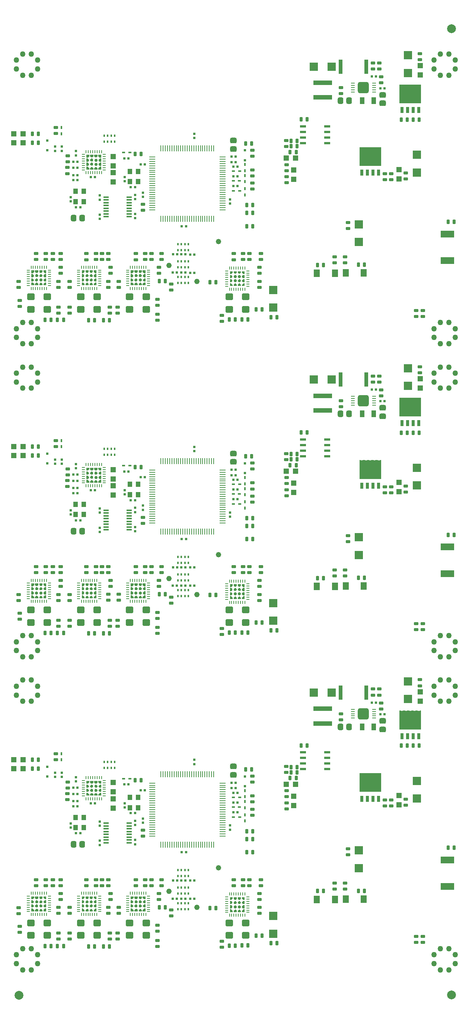
<source format=gtp>
G04 Layer_Color=8421504*
%FSLAX24Y24*%
%MOIN*%
G70*
G01*
G75*
G04:AMPARAMS|DCode=11|XSize=78.7mil|YSize=78.7mil|CornerRadius=39.4mil|HoleSize=0mil|Usage=FLASHONLY|Rotation=90.000|XOffset=0mil|YOffset=0mil|HoleType=Round|Shape=RoundedRectangle|*
%AMROUNDEDRECTD11*
21,1,0.0787,0.0000,0,0,90.0*
21,1,0.0000,0.0787,0,0,90.0*
1,1,0.0787,0.0000,0.0000*
1,1,0.0787,0.0000,0.0000*
1,1,0.0787,0.0000,0.0000*
1,1,0.0787,0.0000,0.0000*
%
%ADD11ROUNDEDRECTD11*%
%ADD81C,0.0500*%
G04:AMPARAMS|DCode=128|XSize=27.1mil|YSize=37.4mil|CornerRadius=4.8mil|HoleSize=0mil|Usage=FLASHONLY|Rotation=270.000|XOffset=0mil|YOffset=0mil|HoleType=Round|Shape=RoundedRectangle|*
%AMROUNDEDRECTD128*
21,1,0.0271,0.0277,0,0,270.0*
21,1,0.0175,0.0374,0,0,270.0*
1,1,0.0097,-0.0139,-0.0087*
1,1,0.0097,-0.0139,0.0087*
1,1,0.0097,0.0139,0.0087*
1,1,0.0097,0.0139,-0.0087*
%
%ADD128ROUNDEDRECTD128*%
G04:AMPARAMS|DCode=129|XSize=27.1mil|YSize=37.4mil|CornerRadius=4.8mil|HoleSize=0mil|Usage=FLASHONLY|Rotation=0.000|XOffset=0mil|YOffset=0mil|HoleType=Round|Shape=RoundedRectangle|*
%AMROUNDEDRECTD129*
21,1,0.0271,0.0277,0,0,0.0*
21,1,0.0175,0.0374,0,0,0.0*
1,1,0.0097,0.0087,-0.0139*
1,1,0.0097,-0.0087,-0.0139*
1,1,0.0097,-0.0087,0.0139*
1,1,0.0097,0.0087,0.0139*
%
%ADD129ROUNDEDRECTD129*%
%ADD130R,0.0580X0.0220*%
%ADD131R,0.1950X0.1680*%
%ADD132R,0.0260X0.0540*%
%ADD133R,0.0580X0.0100*%
%ADD134R,0.0100X0.0580*%
G04:AMPARAMS|DCode=135|XSize=9mil|YSize=29.5mil|CornerRadius=3.4mil|HoleSize=0mil|Usage=FLASHONLY|Rotation=180.000|XOffset=0mil|YOffset=0mil|HoleType=Round|Shape=RoundedRectangle|*
%AMROUNDEDRECTD135*
21,1,0.0090,0.0227,0,0,180.0*
21,1,0.0022,0.0295,0,0,180.0*
1,1,0.0068,-0.0011,0.0113*
1,1,0.0068,0.0011,0.0113*
1,1,0.0068,0.0011,-0.0113*
1,1,0.0068,-0.0011,-0.0113*
%
%ADD135ROUNDEDRECTD135*%
G04:AMPARAMS|DCode=136|XSize=9mil|YSize=29.5mil|CornerRadius=3.4mil|HoleSize=0mil|Usage=FLASHONLY|Rotation=270.000|XOffset=0mil|YOffset=0mil|HoleType=Round|Shape=RoundedRectangle|*
%AMROUNDEDRECTD136*
21,1,0.0090,0.0227,0,0,270.0*
21,1,0.0022,0.0295,0,0,270.0*
1,1,0.0068,-0.0113,-0.0011*
1,1,0.0068,-0.0113,0.0011*
1,1,0.0068,0.0113,0.0011*
1,1,0.0068,0.0113,-0.0011*
%
%ADD136ROUNDEDRECTD136*%
%ADD137R,0.0460X0.0460*%
%ADD138R,0.0460X0.0460*%
%ADD139R,0.0400X0.0500*%
%ADD140R,0.0334X0.1279*%
%ADD141R,0.0220X0.0220*%
%ADD142R,0.1240X0.0610*%
%ADD143R,0.0260X0.0180*%
%ADD144R,0.0180X0.0260*%
%ADD145R,0.0770X0.0770*%
%ADD146R,0.0770X0.0770*%
%ADD147R,0.0480X0.0130*%
G04:AMPARAMS|DCode=148|XSize=61mil|YSize=69mil|CornerRadius=14.8mil|HoleSize=0mil|Usage=FLASHONLY|Rotation=270.000|XOffset=0mil|YOffset=0mil|HoleType=Round|Shape=RoundedRectangle|*
%AMROUNDEDRECTD148*
21,1,0.0610,0.0395,0,0,270.0*
21,1,0.0315,0.0690,0,0,270.0*
1,1,0.0295,-0.0198,-0.0158*
1,1,0.0295,-0.0198,0.0158*
1,1,0.0295,0.0198,0.0158*
1,1,0.0295,0.0198,-0.0158*
%
%ADD148ROUNDEDRECTD148*%
G04:AMPARAMS|DCode=149|XSize=20mil|YSize=22mil|CornerRadius=3.4mil|HoleSize=0mil|Usage=FLASHONLY|Rotation=0.000|XOffset=0mil|YOffset=0mil|HoleType=Round|Shape=RoundedRectangle|*
%AMROUNDEDRECTD149*
21,1,0.0200,0.0152,0,0,0.0*
21,1,0.0132,0.0220,0,0,0.0*
1,1,0.0068,0.0066,-0.0076*
1,1,0.0068,-0.0066,-0.0076*
1,1,0.0068,-0.0066,0.0076*
1,1,0.0068,0.0066,0.0076*
%
%ADD149ROUNDEDRECTD149*%
G04:AMPARAMS|DCode=150|XSize=20mil|YSize=22mil|CornerRadius=3.4mil|HoleSize=0mil|Usage=FLASHONLY|Rotation=270.000|XOffset=0mil|YOffset=0mil|HoleType=Round|Shape=RoundedRectangle|*
%AMROUNDEDRECTD150*
21,1,0.0200,0.0152,0,0,270.0*
21,1,0.0132,0.0220,0,0,270.0*
1,1,0.0068,-0.0076,-0.0066*
1,1,0.0068,-0.0076,0.0066*
1,1,0.0068,0.0076,0.0066*
1,1,0.0068,0.0076,-0.0066*
%
%ADD150ROUNDEDRECTD150*%
%ADD151R,0.0523X0.0689*%
%ADD152R,0.0180X0.0240*%
%ADD153R,0.0413X0.0649*%
G04:AMPARAMS|DCode=154|XSize=50mil|YSize=58mil|CornerRadius=12mil|HoleSize=0mil|Usage=FLASHONLY|Rotation=180.000|XOffset=0mil|YOffset=0mil|HoleType=Round|Shape=RoundedRectangle|*
%AMROUNDEDRECTD154*
21,1,0.0500,0.0340,0,0,180.0*
21,1,0.0260,0.0580,0,0,180.0*
1,1,0.0240,-0.0130,0.0170*
1,1,0.0240,0.0130,0.0170*
1,1,0.0240,0.0130,-0.0170*
1,1,0.0240,-0.0130,-0.0170*
%
%ADD154ROUNDEDRECTD154*%
G04:AMPARAMS|DCode=155|XSize=50mil|YSize=58mil|CornerRadius=12mil|HoleSize=0mil|Usage=FLASHONLY|Rotation=270.000|XOffset=0mil|YOffset=0mil|HoleType=Round|Shape=RoundedRectangle|*
%AMROUNDEDRECTD155*
21,1,0.0500,0.0340,0,0,270.0*
21,1,0.0260,0.0580,0,0,270.0*
1,1,0.0240,-0.0170,-0.0130*
1,1,0.0240,-0.0170,0.0130*
1,1,0.0240,0.0170,0.0130*
1,1,0.0240,0.0170,-0.0130*
%
%ADD155ROUNDEDRECTD155*%
%ADD156R,0.1653X0.0445*%
G04:AMPARAMS|DCode=157|XSize=48mil|YSize=48mil|CornerRadius=24mil|HoleSize=0mil|Usage=FLASHONLY|Rotation=90.000|XOffset=0mil|YOffset=0mil|HoleType=Round|Shape=RoundedRectangle|*
%AMROUNDEDRECTD157*
21,1,0.0480,0.0000,0,0,90.0*
21,1,0.0000,0.0480,0,0,90.0*
1,1,0.0480,0.0000,0.0000*
1,1,0.0480,0.0000,0.0000*
1,1,0.0480,0.0000,0.0000*
1,1,0.0480,0.0000,0.0000*
%
%ADD157ROUNDEDRECTD157*%
G04:AMPARAMS|DCode=158|XSize=103mil|YSize=103mil|CornerRadius=25.3mil|HoleSize=0mil|Usage=FLASHONLY|Rotation=180.000|XOffset=0mil|YOffset=0mil|HoleType=Round|Shape=RoundedRectangle|*
%AMROUNDEDRECTD158*
21,1,0.1030,0.0525,0,0,180.0*
21,1,0.0525,0.1030,0,0,180.0*
1,1,0.0505,-0.0263,0.0263*
1,1,0.0505,0.0263,0.0263*
1,1,0.0505,0.0263,-0.0263*
1,1,0.0505,-0.0263,-0.0263*
%
%ADD158ROUNDEDRECTD158*%
%ADD159R,0.0382X0.0098*%
G36*
X48780Y91749D02*
X48750Y91709D01*
X48600D01*
X48560Y91749D01*
Y91989D01*
X48780D01*
Y91749D01*
D02*
G37*
G36*
X48410D02*
X48370Y91709D01*
X48230D01*
X48190Y91749D01*
Y91989D01*
X48410D01*
Y91749D01*
D02*
G37*
G36*
X48032Y91739D02*
X47996Y91709D01*
X47846D01*
X47807Y91749D01*
Y91989D01*
X48032D01*
Y91739D01*
D02*
G37*
G36*
X47654D02*
X47618Y91709D01*
X47469D01*
X47429Y91749D01*
Y91989D01*
X47654D01*
Y91739D01*
D02*
G37*
G36*
X49080Y91469D02*
X48980D01*
Y91989D01*
X49080D01*
Y91469D01*
D02*
G37*
G36*
X47260D02*
X47150D01*
Y91989D01*
X47260D01*
Y91469D01*
D02*
G37*
G36*
X48710Y90331D02*
X48580D01*
Y90378D01*
X48620Y90421D01*
X48710D01*
Y90331D01*
D02*
G37*
G36*
X48410Y90382D02*
Y90331D01*
X48200D01*
Y90382D01*
X48240Y90417D01*
X48380D01*
X48410Y90382D01*
D02*
G37*
G36*
X48032D02*
Y90331D01*
X47819D01*
Y90382D01*
X47854Y90417D01*
X47996D01*
X48032Y90382D01*
D02*
G37*
G36*
X47657Y90378D02*
Y90331D01*
X47516D01*
Y90421D01*
X47614D01*
X47657Y90378D01*
D02*
G37*
G36*
X45198Y86158D02*
X45168Y86118D01*
X45018D01*
X44978Y86158D01*
Y86398D01*
X45198D01*
Y86158D01*
D02*
G37*
G36*
X44828D02*
X44788Y86118D01*
X44648D01*
X44608Y86158D01*
Y86398D01*
X44828D01*
Y86158D01*
D02*
G37*
G36*
X44449Y86148D02*
X44413Y86118D01*
X44264D01*
X44224Y86158D01*
Y86398D01*
X44449D01*
Y86148D01*
D02*
G37*
G36*
X44071D02*
X44035Y86118D01*
X43886D01*
X43846Y86158D01*
Y86398D01*
X44071D01*
Y86148D01*
D02*
G37*
G36*
X45498Y85878D02*
X45398D01*
Y86398D01*
X45498D01*
Y85878D01*
D02*
G37*
G36*
X43677D02*
X43567D01*
Y86398D01*
X43677D01*
Y85878D01*
D02*
G37*
G36*
X20093Y85583D02*
X19994Y85486D01*
X19913D01*
X19818Y85579D01*
Y85712D01*
X20093D01*
Y85583D01*
D02*
G37*
G36*
X19719D02*
X19620Y85486D01*
X19539D01*
X19444Y85579D01*
Y85712D01*
X19719D01*
Y85583D01*
D02*
G37*
G36*
X20428Y85466D02*
X20310D01*
X20182Y85594D01*
Y85712D01*
X20428D01*
Y85466D01*
D02*
G37*
G36*
X19355Y85594D02*
X19227Y85466D01*
X19109D01*
Y85712D01*
X19355D01*
Y85594D01*
D02*
G37*
G36*
X19709Y85289D02*
Y85191D01*
X19631Y85112D01*
X19532D01*
X19444Y85200D01*
Y85279D01*
X19542Y85378D01*
X19621D01*
X19709Y85289D01*
D02*
G37*
G36*
X20428Y85102D02*
X20299D01*
X20202Y85201D01*
Y85283D01*
X20295Y85378D01*
X20428D01*
Y85102D01*
D02*
G37*
G36*
X20093Y85279D02*
Y85200D01*
X19995Y85102D01*
X19916D01*
X19828Y85191D01*
Y85289D01*
X19906Y85368D01*
X20005D01*
X20093Y85279D01*
D02*
G37*
G36*
X19335Y85279D02*
Y85191D01*
X19247Y85102D01*
X19109D01*
Y85378D01*
X19237D01*
X19335Y85279D01*
D02*
G37*
G36*
X45128Y84740D02*
X44998D01*
Y84787D01*
X45038Y84831D01*
X45128D01*
Y84740D01*
D02*
G37*
G36*
X44828Y84791D02*
Y84740D01*
X44618D01*
Y84791D01*
X44658Y84827D01*
X44798D01*
X44828Y84791D01*
D02*
G37*
G36*
X44449D02*
Y84740D01*
X44236D01*
Y84791D01*
X44272Y84827D01*
X44413D01*
X44449Y84791D01*
D02*
G37*
G36*
X44075Y84787D02*
Y84740D01*
X43933D01*
Y84831D01*
X44032D01*
X44075Y84787D01*
D02*
G37*
G36*
X19709Y84915D02*
Y84817D01*
X19631Y84738D01*
X19532D01*
X19444Y84826D01*
Y84905D01*
X19542Y85004D01*
X19621D01*
X19709Y84915D01*
D02*
G37*
G36*
X20428Y84728D02*
X20300D01*
X20202Y84826D01*
Y84915D01*
X20290Y85004D01*
X20428D01*
Y84728D01*
D02*
G37*
G36*
X20093Y84905D02*
Y84826D01*
X19995Y84728D01*
X19916D01*
X19828Y84817D01*
Y84915D01*
X19906Y84994D01*
X20005D01*
X20093Y84905D01*
D02*
G37*
G36*
X19335Y84904D02*
Y84823D01*
X19242Y84728D01*
X19109D01*
Y85004D01*
X19238D01*
X19335Y84904D01*
D02*
G37*
G36*
X20428Y84393D02*
X20182D01*
Y84511D01*
X20310Y84639D01*
X20428D01*
Y84393D01*
D02*
G37*
G36*
X20093Y84526D02*
Y84393D01*
X19818D01*
Y84522D01*
X19917Y84620D01*
X19999D01*
X20093Y84526D01*
D02*
G37*
G36*
X19719D02*
Y84393D01*
X19444D01*
Y84522D01*
X19543Y84620D01*
X19624D01*
X19719Y84526D01*
D02*
G37*
G36*
X19355Y84511D02*
Y84393D01*
X19109D01*
Y84639D01*
X19227D01*
X19355Y84511D01*
D02*
G37*
G36*
X24063Y75244D02*
X23964Y75146D01*
X23876D01*
X23787Y75234D01*
Y75372D01*
X24063D01*
Y75244D01*
D02*
G37*
G36*
X23689Y75243D02*
X23590Y75146D01*
X23508D01*
X23413Y75239D01*
Y75372D01*
X23689D01*
Y75243D01*
D02*
G37*
G36*
X19676Y75244D02*
X19578Y75146D01*
X19489D01*
X19401Y75234D01*
Y75372D01*
X19676D01*
Y75244D01*
D02*
G37*
G36*
X19302Y75243D02*
X19203Y75146D01*
X19122D01*
X19027Y75239D01*
Y75372D01*
X19302D01*
Y75243D01*
D02*
G37*
G36*
X15167Y75244D02*
X15069Y75146D01*
X14980D01*
X14892Y75234D01*
Y75372D01*
X15167D01*
Y75244D01*
D02*
G37*
G36*
X14793Y75243D02*
X14694Y75146D01*
X14613D01*
X14518Y75239D01*
Y75372D01*
X14793D01*
Y75243D01*
D02*
G37*
G36*
X24397Y75126D02*
X24279D01*
X24151Y75254D01*
Y75372D01*
X24397D01*
Y75126D01*
D02*
G37*
G36*
X23324Y75254D02*
X23196Y75126D01*
X23078D01*
Y75372D01*
X23324D01*
Y75254D01*
D02*
G37*
G36*
X20011Y75126D02*
X19893D01*
X19765Y75254D01*
Y75372D01*
X20011D01*
Y75126D01*
D02*
G37*
G36*
X18938Y75254D02*
X18810Y75126D01*
X18692D01*
Y75372D01*
X18938D01*
Y75254D01*
D02*
G37*
G36*
X15502Y75126D02*
X15384D01*
X15256Y75254D01*
Y75372D01*
X15502D01*
Y75126D01*
D02*
G37*
G36*
X14429Y75254D02*
X14301Y75126D01*
X14183D01*
Y75372D01*
X14429D01*
Y75254D01*
D02*
G37*
G36*
X32943Y75175D02*
X32844Y75077D01*
X32756D01*
X32667Y75166D01*
Y75303D01*
X32943D01*
Y75175D01*
D02*
G37*
G36*
X32569Y75174D02*
X32470Y75077D01*
X32388D01*
X32293Y75170D01*
Y75303D01*
X32569D01*
Y75174D01*
D02*
G37*
G36*
X33278Y75057D02*
X33159D01*
X33031Y75185D01*
Y75303D01*
X33278D01*
Y75057D01*
D02*
G37*
G36*
X32205Y75185D02*
X32077Y75057D01*
X31959D01*
Y75303D01*
X32205D01*
Y75185D01*
D02*
G37*
G36*
X24063Y74939D02*
Y74860D01*
X23974Y74772D01*
X23876D01*
X23797Y74851D01*
Y74949D01*
X23885Y75038D01*
X23964D01*
X24063Y74939D01*
D02*
G37*
G36*
X23689D02*
Y74860D01*
X23600Y74772D01*
X23502D01*
X23423Y74851D01*
Y74949D01*
X23511Y75038D01*
X23590D01*
X23689Y74939D01*
D02*
G37*
G36*
X19676D02*
Y74860D01*
X19588Y74772D01*
X19489D01*
X19411Y74851D01*
Y74949D01*
X19499Y75038D01*
X19578D01*
X19676Y74939D01*
D02*
G37*
G36*
X19302D02*
Y74860D01*
X19214Y74772D01*
X19115D01*
X19037Y74851D01*
Y74949D01*
X19125Y75038D01*
X19204D01*
X19302Y74939D01*
D02*
G37*
G36*
X15167D02*
Y74860D01*
X15079Y74772D01*
X14980D01*
X14902Y74851D01*
Y74949D01*
X14990Y75038D01*
X15069D01*
X15167Y74939D01*
D02*
G37*
G36*
X14793D02*
Y74860D01*
X14705Y74772D01*
X14606D01*
X14528Y74851D01*
Y74949D01*
X14616Y75038D01*
X14695D01*
X14793Y74939D01*
D02*
G37*
G36*
X24397Y74762D02*
X24268D01*
X24171Y74861D01*
Y74943D01*
X24264Y75038D01*
X24397D01*
Y74762D01*
D02*
G37*
G36*
X23305Y74939D02*
Y74857D01*
X23211Y74762D01*
X23078D01*
Y75038D01*
X23207D01*
X23305Y74939D01*
D02*
G37*
G36*
X20011Y74762D02*
X19882D01*
X19785Y74861D01*
Y74943D01*
X19878Y75038D01*
X20011D01*
Y74762D01*
D02*
G37*
G36*
X18918Y74939D02*
Y74857D01*
X18825Y74762D01*
X18692D01*
Y75038D01*
X18821D01*
X18918Y74939D01*
D02*
G37*
G36*
X15502Y74762D02*
X15373D01*
X15276Y74861D01*
Y74943D01*
X15369Y75038D01*
X15502D01*
Y74762D01*
D02*
G37*
G36*
X14409Y74939D02*
Y74857D01*
X14316Y74762D01*
X14183D01*
Y75038D01*
X14312D01*
X14409Y74939D01*
D02*
G37*
G36*
X32943Y74870D02*
Y74792D01*
X32854Y74703D01*
X32756D01*
X32677Y74782D01*
Y74880D01*
X32766Y74969D01*
X32844D01*
X32943Y74870D01*
D02*
G37*
G36*
X32569D02*
Y74792D01*
X32480Y74703D01*
X32382D01*
X32303Y74782D01*
Y74880D01*
X32392Y74969D01*
X32470D01*
X32569Y74870D01*
D02*
G37*
G36*
X33278Y74693D02*
X33149D01*
X33051Y74792D01*
Y74874D01*
X33144Y74969D01*
X33278D01*
Y74693D01*
D02*
G37*
G36*
X32185Y74870D02*
Y74788D01*
X32092Y74693D01*
X31959D01*
Y74969D01*
X32088D01*
X32185Y74870D01*
D02*
G37*
G36*
X24397Y74388D02*
X24268D01*
X24171Y74487D01*
Y74569D01*
X24264Y74664D01*
X24397D01*
Y74388D01*
D02*
G37*
G36*
X24053Y74575D02*
Y74477D01*
X23964Y74388D01*
X23885D01*
X23787Y74486D01*
Y74565D01*
X23876Y74654D01*
X23974D01*
X24053Y74575D01*
D02*
G37*
G36*
X23679D02*
Y74477D01*
X23590Y74388D01*
X23511D01*
X23413Y74486D01*
Y74565D01*
X23502Y74654D01*
X23600D01*
X23679Y74575D01*
D02*
G37*
G36*
X23305Y74565D02*
Y74483D01*
X23211Y74388D01*
X23078D01*
Y74664D01*
X23207D01*
X23305Y74565D01*
D02*
G37*
G36*
X20011Y74388D02*
X19882D01*
X19785Y74487D01*
Y74569D01*
X19878Y74664D01*
X20011D01*
Y74388D01*
D02*
G37*
G36*
X19667Y74575D02*
Y74477D01*
X19578Y74388D01*
X19499D01*
X19401Y74486D01*
Y74565D01*
X19489Y74654D01*
X19588D01*
X19667Y74575D01*
D02*
G37*
G36*
X19293D02*
Y74477D01*
X19204Y74388D01*
X19125D01*
X19027Y74486D01*
Y74565D01*
X19115Y74654D01*
X19214D01*
X19293Y74575D01*
D02*
G37*
G36*
X18918Y74565D02*
Y74483D01*
X18825Y74388D01*
X18692D01*
Y74664D01*
X18821D01*
X18918Y74565D01*
D02*
G37*
G36*
X15502Y74388D02*
X15373D01*
X15276Y74487D01*
Y74569D01*
X15369Y74664D01*
X15502D01*
Y74388D01*
D02*
G37*
G36*
X15157Y74575D02*
Y74477D01*
X15069Y74388D01*
X14990D01*
X14892Y74486D01*
Y74565D01*
X14980Y74654D01*
X15079D01*
X15157Y74575D01*
D02*
G37*
G36*
X14783D02*
Y74477D01*
X14695Y74388D01*
X14616D01*
X14518Y74486D01*
Y74565D01*
X14606Y74654D01*
X14705D01*
X14783Y74575D01*
D02*
G37*
G36*
X14409Y74565D02*
Y74483D01*
X14316Y74388D01*
X14183D01*
Y74664D01*
X14312D01*
X14409Y74565D01*
D02*
G37*
G36*
X33278Y74319D02*
X33149D01*
X33051Y74418D01*
Y74500D01*
X33144Y74595D01*
X33278D01*
Y74319D01*
D02*
G37*
G36*
X32933Y74506D02*
Y74408D01*
X32844Y74319D01*
X32766D01*
X32667Y74418D01*
Y74496D01*
X32756Y74585D01*
X32854D01*
X32933Y74506D01*
D02*
G37*
G36*
X32559D02*
Y74408D01*
X32470Y74319D01*
X32392D01*
X32293Y74418D01*
Y74496D01*
X32382Y74585D01*
X32480D01*
X32559Y74506D01*
D02*
G37*
G36*
X32185Y74496D02*
Y74414D01*
X32092Y74319D01*
X31959D01*
Y74595D01*
X32088D01*
X32185Y74496D01*
D02*
G37*
G36*
X24397Y74053D02*
X24151D01*
Y74172D01*
X24279Y74299D01*
X24397D01*
Y74053D01*
D02*
G37*
G36*
X24063Y74186D02*
Y74053D01*
X23787D01*
Y74182D01*
X23886Y74280D01*
X23968D01*
X24063Y74186D01*
D02*
G37*
G36*
X23689Y74191D02*
Y74053D01*
X23413D01*
Y74181D01*
X23511Y74280D01*
X23600D01*
X23689Y74191D01*
D02*
G37*
G36*
X23324Y74172D02*
Y74053D01*
X23078D01*
Y74299D01*
X23196D01*
X23324Y74172D01*
D02*
G37*
G36*
X20011Y74053D02*
X19765D01*
Y74172D01*
X19893Y74299D01*
X20011D01*
Y74053D01*
D02*
G37*
G36*
X19676Y74186D02*
Y74053D01*
X19401D01*
Y74182D01*
X19500Y74280D01*
X19582D01*
X19676Y74186D01*
D02*
G37*
G36*
X19302Y74191D02*
Y74053D01*
X19027D01*
Y74181D01*
X19125Y74280D01*
X19214D01*
X19302Y74191D01*
D02*
G37*
G36*
X18938Y74172D02*
Y74053D01*
X18692D01*
Y74299D01*
X18810D01*
X18938Y74172D01*
D02*
G37*
G36*
X15502Y74053D02*
X15256D01*
Y74172D01*
X15384Y74299D01*
X15502D01*
Y74053D01*
D02*
G37*
G36*
X15167Y74186D02*
Y74053D01*
X14892D01*
Y74182D01*
X14991Y74280D01*
X15073D01*
X15167Y74186D01*
D02*
G37*
G36*
X14793Y74191D02*
Y74053D01*
X14518D01*
Y74181D01*
X14616Y74280D01*
X14705D01*
X14793Y74191D01*
D02*
G37*
G36*
X14429Y74172D02*
Y74053D01*
X14183D01*
Y74299D01*
X14301D01*
X14429Y74172D01*
D02*
G37*
G36*
X33278Y73984D02*
X33031D01*
Y74103D01*
X33159Y74231D01*
X33278D01*
Y73984D01*
D02*
G37*
G36*
X32943Y74118D02*
Y73984D01*
X32667D01*
Y74113D01*
X32766Y74211D01*
X32848D01*
X32943Y74118D01*
D02*
G37*
G36*
X32569Y74122D02*
Y73984D01*
X32293D01*
Y74112D01*
X32392Y74211D01*
X32480D01*
X32569Y74122D01*
D02*
G37*
G36*
X32205Y74103D02*
Y73984D01*
X31959D01*
Y74231D01*
X32077D01*
X32205Y74103D01*
D02*
G37*
G36*
X48780Y63757D02*
X48750Y63717D01*
X48600D01*
X48560Y63757D01*
Y63997D01*
X48780D01*
Y63757D01*
D02*
G37*
G36*
X48410D02*
X48370Y63717D01*
X48230D01*
X48190Y63757D01*
Y63997D01*
X48410D01*
Y63757D01*
D02*
G37*
G36*
X48032Y63747D02*
X47996Y63717D01*
X47846D01*
X47807Y63757D01*
Y63997D01*
X48032D01*
Y63747D01*
D02*
G37*
G36*
X47654D02*
X47618Y63717D01*
X47469D01*
X47429Y63757D01*
Y63997D01*
X47654D01*
Y63747D01*
D02*
G37*
G36*
X49080Y63477D02*
X48980D01*
Y63997D01*
X49080D01*
Y63477D01*
D02*
G37*
G36*
X47260D02*
X47150D01*
Y63997D01*
X47260D01*
Y63477D01*
D02*
G37*
G36*
X48710Y62339D02*
X48580D01*
Y62386D01*
X48620Y62429D01*
X48710D01*
Y62339D01*
D02*
G37*
G36*
X48410Y62390D02*
Y62339D01*
X48200D01*
Y62390D01*
X48240Y62425D01*
X48380D01*
X48410Y62390D01*
D02*
G37*
G36*
X48032D02*
Y62339D01*
X47819D01*
Y62390D01*
X47854Y62425D01*
X47996D01*
X48032Y62390D01*
D02*
G37*
G36*
X47657Y62386D02*
Y62339D01*
X47516D01*
Y62429D01*
X47614D01*
X47657Y62386D01*
D02*
G37*
G36*
X45198Y58166D02*
X45168Y58126D01*
X45018D01*
X44978Y58166D01*
Y58406D01*
X45198D01*
Y58166D01*
D02*
G37*
G36*
X44828D02*
X44788Y58126D01*
X44648D01*
X44608Y58166D01*
Y58406D01*
X44828D01*
Y58166D01*
D02*
G37*
G36*
X44449Y58156D02*
X44413Y58126D01*
X44264D01*
X44224Y58166D01*
Y58406D01*
X44449D01*
Y58156D01*
D02*
G37*
G36*
X44071D02*
X44035Y58126D01*
X43886D01*
X43846Y58166D01*
Y58406D01*
X44071D01*
Y58156D01*
D02*
G37*
G36*
X45498Y57886D02*
X45398D01*
Y58406D01*
X45498D01*
Y57886D01*
D02*
G37*
G36*
X43677D02*
X43567D01*
Y58406D01*
X43677D01*
Y57886D01*
D02*
G37*
G36*
X20093Y57591D02*
X19994Y57494D01*
X19913D01*
X19818Y57587D01*
Y57720D01*
X20093D01*
Y57591D01*
D02*
G37*
G36*
X19719D02*
X19620Y57494D01*
X19539D01*
X19444Y57587D01*
Y57720D01*
X19719D01*
Y57591D01*
D02*
G37*
G36*
X20428Y57474D02*
X20310D01*
X20182Y57602D01*
Y57720D01*
X20428D01*
Y57474D01*
D02*
G37*
G36*
X19355Y57602D02*
X19227Y57474D01*
X19109D01*
Y57720D01*
X19355D01*
Y57602D01*
D02*
G37*
G36*
X19709Y57297D02*
Y57198D01*
X19631Y57120D01*
X19532D01*
X19444Y57208D01*
Y57287D01*
X19542Y57385D01*
X19621D01*
X19709Y57297D01*
D02*
G37*
G36*
X20428Y57110D02*
X20299D01*
X20202Y57209D01*
Y57291D01*
X20295Y57385D01*
X20428D01*
Y57110D01*
D02*
G37*
G36*
X20093Y57287D02*
Y57208D01*
X19995Y57110D01*
X19916D01*
X19828Y57198D01*
Y57297D01*
X19906Y57376D01*
X20005D01*
X20093Y57287D01*
D02*
G37*
G36*
X19335Y57287D02*
Y57198D01*
X19247Y57110D01*
X19109D01*
Y57385D01*
X19237D01*
X19335Y57287D01*
D02*
G37*
G36*
X45128Y56748D02*
X44998D01*
Y56795D01*
X45038Y56839D01*
X45128D01*
Y56748D01*
D02*
G37*
G36*
X44828Y56799D02*
Y56748D01*
X44618D01*
Y56799D01*
X44658Y56835D01*
X44798D01*
X44828Y56799D01*
D02*
G37*
G36*
X44449D02*
Y56748D01*
X44236D01*
Y56799D01*
X44272Y56835D01*
X44413D01*
X44449Y56799D01*
D02*
G37*
G36*
X44075Y56795D02*
Y56748D01*
X43933D01*
Y56839D01*
X44032D01*
X44075Y56795D01*
D02*
G37*
G36*
X19709Y56923D02*
Y56824D01*
X19631Y56746D01*
X19532D01*
X19444Y56834D01*
Y56913D01*
X19542Y57011D01*
X19621D01*
X19709Y56923D01*
D02*
G37*
G36*
X20428Y56736D02*
X20300D01*
X20202Y56834D01*
Y56923D01*
X20290Y57011D01*
X20428D01*
Y56736D01*
D02*
G37*
G36*
X20093Y56913D02*
Y56834D01*
X19995Y56736D01*
X19916D01*
X19828Y56824D01*
Y56923D01*
X19906Y57002D01*
X20005D01*
X20093Y56913D01*
D02*
G37*
G36*
X19335Y56912D02*
Y56831D01*
X19242Y56736D01*
X19109D01*
Y57011D01*
X19238D01*
X19335Y56912D01*
D02*
G37*
G36*
X20428Y56401D02*
X20182D01*
Y56519D01*
X20310Y56647D01*
X20428D01*
Y56401D01*
D02*
G37*
G36*
X20093Y56534D02*
Y56401D01*
X19818D01*
Y56530D01*
X19917Y56628D01*
X19999D01*
X20093Y56534D01*
D02*
G37*
G36*
X19719D02*
Y56401D01*
X19444D01*
Y56530D01*
X19543Y56628D01*
X19624D01*
X19719Y56534D01*
D02*
G37*
G36*
X19355Y56519D02*
Y56401D01*
X19109D01*
Y56647D01*
X19227D01*
X19355Y56519D01*
D02*
G37*
G36*
X24063Y47252D02*
X23964Y47154D01*
X23876D01*
X23787Y47242D01*
Y47380D01*
X24063D01*
Y47252D01*
D02*
G37*
G36*
X23689Y47251D02*
X23590Y47154D01*
X23508D01*
X23413Y47247D01*
Y47380D01*
X23689D01*
Y47251D01*
D02*
G37*
G36*
X19676Y47252D02*
X19578Y47154D01*
X19489D01*
X19401Y47242D01*
Y47380D01*
X19676D01*
Y47252D01*
D02*
G37*
G36*
X19302Y47251D02*
X19203Y47154D01*
X19122D01*
X19027Y47247D01*
Y47380D01*
X19302D01*
Y47251D01*
D02*
G37*
G36*
X15167Y47252D02*
X15069Y47154D01*
X14980D01*
X14892Y47242D01*
Y47380D01*
X15167D01*
Y47252D01*
D02*
G37*
G36*
X14793Y47251D02*
X14694Y47154D01*
X14613D01*
X14518Y47247D01*
Y47380D01*
X14793D01*
Y47251D01*
D02*
G37*
G36*
X24397Y47134D02*
X24279D01*
X24151Y47262D01*
Y47380D01*
X24397D01*
Y47134D01*
D02*
G37*
G36*
X23324Y47262D02*
X23196Y47134D01*
X23078D01*
Y47380D01*
X23324D01*
Y47262D01*
D02*
G37*
G36*
X20011Y47134D02*
X19893D01*
X19765Y47262D01*
Y47380D01*
X20011D01*
Y47134D01*
D02*
G37*
G36*
X18938Y47262D02*
X18810Y47134D01*
X18692D01*
Y47380D01*
X18938D01*
Y47262D01*
D02*
G37*
G36*
X15502Y47134D02*
X15384D01*
X15256Y47262D01*
Y47380D01*
X15502D01*
Y47134D01*
D02*
G37*
G36*
X14429Y47262D02*
X14301Y47134D01*
X14183D01*
Y47380D01*
X14429D01*
Y47262D01*
D02*
G37*
G36*
X32943Y47183D02*
X32844Y47085D01*
X32756D01*
X32667Y47173D01*
Y47311D01*
X32943D01*
Y47183D01*
D02*
G37*
G36*
X32569Y47182D02*
X32470Y47085D01*
X32388D01*
X32293Y47178D01*
Y47311D01*
X32569D01*
Y47182D01*
D02*
G37*
G36*
X33278Y47065D02*
X33159D01*
X33031Y47193D01*
Y47311D01*
X33278D01*
Y47065D01*
D02*
G37*
G36*
X32205Y47193D02*
X32077Y47065D01*
X31959D01*
Y47311D01*
X32205D01*
Y47193D01*
D02*
G37*
G36*
X24063Y46947D02*
Y46868D01*
X23974Y46780D01*
X23876D01*
X23797Y46859D01*
Y46957D01*
X23885Y47046D01*
X23964D01*
X24063Y46947D01*
D02*
G37*
G36*
X23689D02*
Y46868D01*
X23600Y46780D01*
X23502D01*
X23423Y46859D01*
Y46957D01*
X23511Y47046D01*
X23590D01*
X23689Y46947D01*
D02*
G37*
G36*
X19676D02*
Y46868D01*
X19588Y46780D01*
X19489D01*
X19411Y46859D01*
Y46957D01*
X19499Y47046D01*
X19578D01*
X19676Y46947D01*
D02*
G37*
G36*
X19302D02*
Y46868D01*
X19214Y46780D01*
X19115D01*
X19037Y46859D01*
Y46957D01*
X19125Y47046D01*
X19204D01*
X19302Y46947D01*
D02*
G37*
G36*
X15167D02*
Y46868D01*
X15079Y46780D01*
X14980D01*
X14902Y46859D01*
Y46957D01*
X14990Y47046D01*
X15069D01*
X15167Y46947D01*
D02*
G37*
G36*
X14793D02*
Y46868D01*
X14705Y46780D01*
X14606D01*
X14528Y46859D01*
Y46957D01*
X14616Y47046D01*
X14695D01*
X14793Y46947D01*
D02*
G37*
G36*
X24397Y46770D02*
X24268D01*
X24171Y46869D01*
Y46951D01*
X24264Y47046D01*
X24397D01*
Y46770D01*
D02*
G37*
G36*
X23305Y46946D02*
Y46865D01*
X23211Y46770D01*
X23078D01*
Y47046D01*
X23207D01*
X23305Y46946D01*
D02*
G37*
G36*
X20011Y46770D02*
X19882D01*
X19785Y46869D01*
Y46951D01*
X19878Y47046D01*
X20011D01*
Y46770D01*
D02*
G37*
G36*
X18918Y46946D02*
Y46865D01*
X18825Y46770D01*
X18692D01*
Y47046D01*
X18821D01*
X18918Y46946D01*
D02*
G37*
G36*
X15502Y46770D02*
X15373D01*
X15276Y46869D01*
Y46951D01*
X15369Y47046D01*
X15502D01*
Y46770D01*
D02*
G37*
G36*
X14409Y46946D02*
Y46865D01*
X14316Y46770D01*
X14183D01*
Y47046D01*
X14312D01*
X14409Y46946D01*
D02*
G37*
G36*
X32943Y46878D02*
Y46799D01*
X32854Y46711D01*
X32756D01*
X32677Y46790D01*
Y46888D01*
X32766Y46977D01*
X32844D01*
X32943Y46878D01*
D02*
G37*
G36*
X32569D02*
Y46799D01*
X32480Y46711D01*
X32382D01*
X32303Y46790D01*
Y46888D01*
X32392Y46977D01*
X32470D01*
X32569Y46878D01*
D02*
G37*
G36*
X33278Y46701D02*
X33149D01*
X33051Y46800D01*
Y46882D01*
X33144Y46977D01*
X33278D01*
Y46701D01*
D02*
G37*
G36*
X32185Y46878D02*
Y46796D01*
X32092Y46701D01*
X31959D01*
Y46977D01*
X32088D01*
X32185Y46878D01*
D02*
G37*
G36*
X24397Y46396D02*
X24268D01*
X24171Y46495D01*
Y46577D01*
X24264Y46672D01*
X24397D01*
Y46396D01*
D02*
G37*
G36*
X24053Y46583D02*
Y46484D01*
X23964Y46396D01*
X23885D01*
X23787Y46494D01*
Y46573D01*
X23876Y46662D01*
X23974D01*
X24053Y46583D01*
D02*
G37*
G36*
X23679D02*
Y46484D01*
X23590Y46396D01*
X23511D01*
X23413Y46494D01*
Y46573D01*
X23502Y46662D01*
X23600D01*
X23679Y46583D01*
D02*
G37*
G36*
X23305Y46572D02*
Y46491D01*
X23211Y46396D01*
X23078D01*
Y46672D01*
X23207D01*
X23305Y46572D01*
D02*
G37*
G36*
X20011Y46396D02*
X19882D01*
X19785Y46495D01*
Y46577D01*
X19878Y46672D01*
X20011D01*
Y46396D01*
D02*
G37*
G36*
X19667Y46583D02*
Y46484D01*
X19578Y46396D01*
X19499D01*
X19401Y46494D01*
Y46573D01*
X19489Y46662D01*
X19588D01*
X19667Y46583D01*
D02*
G37*
G36*
X19293D02*
Y46484D01*
X19204Y46396D01*
X19125D01*
X19027Y46494D01*
Y46573D01*
X19115Y46662D01*
X19214D01*
X19293Y46583D01*
D02*
G37*
G36*
X18918Y46572D02*
Y46491D01*
X18825Y46396D01*
X18692D01*
Y46672D01*
X18821D01*
X18918Y46572D01*
D02*
G37*
G36*
X15502Y46396D02*
X15373D01*
X15276Y46495D01*
Y46577D01*
X15369Y46672D01*
X15502D01*
Y46396D01*
D02*
G37*
G36*
X15157Y46583D02*
Y46484D01*
X15069Y46396D01*
X14990D01*
X14892Y46494D01*
Y46573D01*
X14980Y46662D01*
X15079D01*
X15157Y46583D01*
D02*
G37*
G36*
X14783D02*
Y46484D01*
X14695Y46396D01*
X14616D01*
X14518Y46494D01*
Y46573D01*
X14606Y46662D01*
X14705D01*
X14783Y46583D01*
D02*
G37*
G36*
X14409Y46572D02*
Y46491D01*
X14316Y46396D01*
X14183D01*
Y46672D01*
X14312D01*
X14409Y46572D01*
D02*
G37*
G36*
X33278Y46327D02*
X33149D01*
X33051Y46426D01*
Y46508D01*
X33144Y46603D01*
X33278D01*
Y46327D01*
D02*
G37*
G36*
X32933Y46514D02*
Y46416D01*
X32844Y46327D01*
X32766D01*
X32667Y46425D01*
Y46504D01*
X32756Y46593D01*
X32854D01*
X32933Y46514D01*
D02*
G37*
G36*
X32559D02*
Y46416D01*
X32470Y46327D01*
X32392D01*
X32293Y46425D01*
Y46504D01*
X32382Y46593D01*
X32480D01*
X32559Y46514D01*
D02*
G37*
G36*
X32185Y46504D02*
Y46422D01*
X32092Y46327D01*
X31959D01*
Y46603D01*
X32088D01*
X32185Y46504D01*
D02*
G37*
G36*
X24397Y46061D02*
X24151D01*
Y46179D01*
X24279Y46307D01*
X24397D01*
Y46061D01*
D02*
G37*
G36*
X24063Y46194D02*
Y46061D01*
X23787D01*
Y46190D01*
X23886Y46288D01*
X23968D01*
X24063Y46194D01*
D02*
G37*
G36*
X23689Y46199D02*
Y46061D01*
X23413D01*
Y46189D01*
X23511Y46288D01*
X23600D01*
X23689Y46199D01*
D02*
G37*
G36*
X23324Y46179D02*
Y46061D01*
X23078D01*
Y46307D01*
X23196D01*
X23324Y46179D01*
D02*
G37*
G36*
X20011Y46061D02*
X19765D01*
Y46179D01*
X19893Y46307D01*
X20011D01*
Y46061D01*
D02*
G37*
G36*
X19676Y46194D02*
Y46061D01*
X19401D01*
Y46190D01*
X19500Y46288D01*
X19582D01*
X19676Y46194D01*
D02*
G37*
G36*
X19302Y46199D02*
Y46061D01*
X19027D01*
Y46189D01*
X19125Y46288D01*
X19214D01*
X19302Y46199D01*
D02*
G37*
G36*
X18938Y46179D02*
Y46061D01*
X18692D01*
Y46307D01*
X18810D01*
X18938Y46179D01*
D02*
G37*
G36*
X15502Y46061D02*
X15256D01*
Y46179D01*
X15384Y46307D01*
X15502D01*
Y46061D01*
D02*
G37*
G36*
X15167Y46194D02*
Y46061D01*
X14892D01*
Y46190D01*
X14991Y46288D01*
X15073D01*
X15167Y46194D01*
D02*
G37*
G36*
X14793Y46199D02*
Y46061D01*
X14518D01*
Y46189D01*
X14616Y46288D01*
X14705D01*
X14793Y46199D01*
D02*
G37*
G36*
X14429Y46179D02*
Y46061D01*
X14183D01*
Y46307D01*
X14301D01*
X14429Y46179D01*
D02*
G37*
G36*
X33278Y45992D02*
X33031D01*
Y46110D01*
X33159Y46238D01*
X33278D01*
Y45992D01*
D02*
G37*
G36*
X32943Y46125D02*
Y45992D01*
X32667D01*
Y46121D01*
X32766Y46219D01*
X32848D01*
X32943Y46125D01*
D02*
G37*
G36*
X32569Y46130D02*
Y45992D01*
X32293D01*
Y46120D01*
X32392Y46219D01*
X32480D01*
X32569Y46130D01*
D02*
G37*
G36*
X32205Y46110D02*
Y45992D01*
X31959D01*
Y46238D01*
X32077D01*
X32205Y46110D01*
D02*
G37*
G36*
X48780Y35764D02*
X48750Y35724D01*
X48600D01*
X48560Y35764D01*
Y36004D01*
X48780D01*
Y35764D01*
D02*
G37*
G36*
X48410D02*
X48370Y35724D01*
X48230D01*
X48190Y35764D01*
Y36004D01*
X48410D01*
Y35764D01*
D02*
G37*
G36*
X48032Y35754D02*
X47996Y35724D01*
X47846D01*
X47807Y35764D01*
Y36004D01*
X48032D01*
Y35754D01*
D02*
G37*
G36*
X47654D02*
X47618Y35724D01*
X47469D01*
X47429Y35764D01*
Y36004D01*
X47654D01*
Y35754D01*
D02*
G37*
G36*
X49080Y35484D02*
X48980D01*
Y36004D01*
X49080D01*
Y35484D01*
D02*
G37*
G36*
X47260D02*
X47150D01*
Y36004D01*
X47260D01*
Y35484D01*
D02*
G37*
G36*
X48710Y34346D02*
X48580D01*
Y34394D01*
X48620Y34437D01*
X48710D01*
Y34346D01*
D02*
G37*
G36*
X48410Y34398D02*
Y34346D01*
X48200D01*
Y34398D01*
X48240Y34433D01*
X48380D01*
X48410Y34398D01*
D02*
G37*
G36*
X48032D02*
Y34346D01*
X47819D01*
Y34398D01*
X47854Y34433D01*
X47996D01*
X48032Y34398D01*
D02*
G37*
G36*
X47657Y34394D02*
Y34346D01*
X47516D01*
Y34437D01*
X47614D01*
X47657Y34394D01*
D02*
G37*
G36*
X45198Y30174D02*
X45168Y30134D01*
X45018D01*
X44978Y30174D01*
Y30414D01*
X45198D01*
Y30174D01*
D02*
G37*
G36*
X44828D02*
X44788Y30134D01*
X44648D01*
X44608Y30174D01*
Y30414D01*
X44828D01*
Y30174D01*
D02*
G37*
G36*
X44449Y30164D02*
X44413Y30134D01*
X44264D01*
X44224Y30174D01*
Y30414D01*
X44449D01*
Y30164D01*
D02*
G37*
G36*
X44071D02*
X44035Y30134D01*
X43886D01*
X43846Y30174D01*
Y30414D01*
X44071D01*
Y30164D01*
D02*
G37*
G36*
X45498Y29894D02*
X45398D01*
Y30414D01*
X45498D01*
Y29894D01*
D02*
G37*
G36*
X43677D02*
X43567D01*
Y30414D01*
X43677D01*
Y29894D01*
D02*
G37*
G36*
X20093Y29599D02*
X19994Y29502D01*
X19913D01*
X19818Y29595D01*
Y29728D01*
X20093D01*
Y29599D01*
D02*
G37*
G36*
X19719D02*
X19620Y29502D01*
X19539D01*
X19444Y29595D01*
Y29728D01*
X19719D01*
Y29599D01*
D02*
G37*
G36*
X20428Y29482D02*
X20310D01*
X20182Y29610D01*
Y29728D01*
X20428D01*
Y29482D01*
D02*
G37*
G36*
X19355Y29610D02*
X19227Y29482D01*
X19109D01*
Y29728D01*
X19355D01*
Y29610D01*
D02*
G37*
G36*
X19709Y29305D02*
Y29206D01*
X19631Y29128D01*
X19532D01*
X19444Y29216D01*
Y29295D01*
X19542Y29393D01*
X19621D01*
X19709Y29305D01*
D02*
G37*
G36*
X20428Y29118D02*
X20299D01*
X20202Y29217D01*
Y29299D01*
X20295Y29393D01*
X20428D01*
Y29118D01*
D02*
G37*
G36*
X20093Y29295D02*
Y29216D01*
X19995Y29118D01*
X19916D01*
X19828Y29206D01*
Y29305D01*
X19906Y29383D01*
X20005D01*
X20093Y29295D01*
D02*
G37*
G36*
X19335Y29295D02*
Y29206D01*
X19247Y29118D01*
X19109D01*
Y29393D01*
X19237D01*
X19335Y29295D01*
D02*
G37*
G36*
X45128Y28756D02*
X44998D01*
Y28803D01*
X45038Y28846D01*
X45128D01*
Y28756D01*
D02*
G37*
G36*
X44828Y28807D02*
Y28756D01*
X44618D01*
Y28807D01*
X44658Y28843D01*
X44798D01*
X44828Y28807D01*
D02*
G37*
G36*
X44449D02*
Y28756D01*
X44236D01*
Y28807D01*
X44272Y28843D01*
X44413D01*
X44449Y28807D01*
D02*
G37*
G36*
X44075Y28803D02*
Y28756D01*
X43933D01*
Y28846D01*
X44032D01*
X44075Y28803D01*
D02*
G37*
G36*
X19709Y28931D02*
Y28832D01*
X19631Y28754D01*
X19532D01*
X19444Y28842D01*
Y28921D01*
X19542Y29019D01*
X19621D01*
X19709Y28931D01*
D02*
G37*
G36*
X20428Y28744D02*
X20300D01*
X20202Y28842D01*
Y28931D01*
X20290Y29019D01*
X20428D01*
Y28744D01*
D02*
G37*
G36*
X20093Y28921D02*
Y28842D01*
X19995Y28744D01*
X19916D01*
X19828Y28832D01*
Y28931D01*
X19906Y29009D01*
X20005D01*
X20093Y28921D01*
D02*
G37*
G36*
X19335Y28920D02*
Y28839D01*
X19242Y28744D01*
X19109D01*
Y29019D01*
X19238D01*
X19335Y28920D01*
D02*
G37*
G36*
X20428Y28409D02*
X20182D01*
Y28527D01*
X20310Y28655D01*
X20428D01*
Y28409D01*
D02*
G37*
G36*
X20093Y28542D02*
Y28409D01*
X19818D01*
Y28538D01*
X19917Y28635D01*
X19999D01*
X20093Y28542D01*
D02*
G37*
G36*
X19719D02*
Y28409D01*
X19444D01*
Y28538D01*
X19543Y28635D01*
X19624D01*
X19719Y28542D01*
D02*
G37*
G36*
X19355Y28527D02*
Y28409D01*
X19109D01*
Y28655D01*
X19227D01*
X19355Y28527D01*
D02*
G37*
G36*
X24063Y19260D02*
X23964Y19162D01*
X23876D01*
X23787Y19250D01*
Y19388D01*
X24063D01*
Y19260D01*
D02*
G37*
G36*
X23689Y19259D02*
X23590Y19162D01*
X23508D01*
X23413Y19255D01*
Y19388D01*
X23689D01*
Y19259D01*
D02*
G37*
G36*
X19676Y19260D02*
X19578Y19162D01*
X19489D01*
X19401Y19250D01*
Y19388D01*
X19676D01*
Y19260D01*
D02*
G37*
G36*
X19302Y19259D02*
X19203Y19162D01*
X19122D01*
X19027Y19255D01*
Y19388D01*
X19302D01*
Y19259D01*
D02*
G37*
G36*
X15167Y19260D02*
X15069Y19162D01*
X14980D01*
X14892Y19250D01*
Y19388D01*
X15167D01*
Y19260D01*
D02*
G37*
G36*
X14793Y19259D02*
X14694Y19162D01*
X14613D01*
X14518Y19255D01*
Y19388D01*
X14793D01*
Y19259D01*
D02*
G37*
G36*
X24397Y19142D02*
X24279D01*
X24151Y19270D01*
Y19388D01*
X24397D01*
Y19142D01*
D02*
G37*
G36*
X23324Y19270D02*
X23196Y19142D01*
X23078D01*
Y19388D01*
X23324D01*
Y19270D01*
D02*
G37*
G36*
X20011Y19142D02*
X19893D01*
X19765Y19270D01*
Y19388D01*
X20011D01*
Y19142D01*
D02*
G37*
G36*
X18938Y19270D02*
X18810Y19142D01*
X18692D01*
Y19388D01*
X18938D01*
Y19270D01*
D02*
G37*
G36*
X15502Y19142D02*
X15384D01*
X15256Y19270D01*
Y19388D01*
X15502D01*
Y19142D01*
D02*
G37*
G36*
X14429Y19270D02*
X14301Y19142D01*
X14183D01*
Y19388D01*
X14429D01*
Y19270D01*
D02*
G37*
G36*
X32943Y19191D02*
X32844Y19093D01*
X32756D01*
X32667Y19181D01*
Y19319D01*
X32943D01*
Y19191D01*
D02*
G37*
G36*
X32569Y19190D02*
X32470Y19093D01*
X32388D01*
X32293Y19186D01*
Y19319D01*
X32569D01*
Y19190D01*
D02*
G37*
G36*
X33278Y19073D02*
X33159D01*
X33031Y19201D01*
Y19319D01*
X33278D01*
Y19073D01*
D02*
G37*
G36*
X32205Y19201D02*
X32077Y19073D01*
X31959D01*
Y19319D01*
X32205D01*
Y19201D01*
D02*
G37*
G36*
X24063Y18955D02*
Y18876D01*
X23974Y18788D01*
X23876D01*
X23797Y18866D01*
Y18965D01*
X23885Y19053D01*
X23964D01*
X24063Y18955D01*
D02*
G37*
G36*
X23689D02*
Y18876D01*
X23600Y18788D01*
X23502D01*
X23423Y18866D01*
Y18965D01*
X23511Y19053D01*
X23590D01*
X23689Y18955D01*
D02*
G37*
G36*
X19676D02*
Y18876D01*
X19588Y18788D01*
X19489D01*
X19411Y18866D01*
Y18965D01*
X19499Y19053D01*
X19578D01*
X19676Y18955D01*
D02*
G37*
G36*
X19302D02*
Y18876D01*
X19214Y18788D01*
X19115D01*
X19037Y18866D01*
Y18965D01*
X19125Y19053D01*
X19204D01*
X19302Y18955D01*
D02*
G37*
G36*
X15167D02*
Y18876D01*
X15079Y18788D01*
X14980D01*
X14902Y18866D01*
Y18965D01*
X14990Y19053D01*
X15069D01*
X15167Y18955D01*
D02*
G37*
G36*
X14793D02*
Y18876D01*
X14705Y18788D01*
X14606D01*
X14528Y18866D01*
Y18965D01*
X14616Y19053D01*
X14695D01*
X14793Y18955D01*
D02*
G37*
G36*
X24397Y18778D02*
X24268D01*
X24171Y18877D01*
Y18959D01*
X24264Y19053D01*
X24397D01*
Y18778D01*
D02*
G37*
G36*
X23305Y18954D02*
Y18873D01*
X23211Y18778D01*
X23078D01*
Y19053D01*
X23207D01*
X23305Y18954D01*
D02*
G37*
G36*
X20011Y18778D02*
X19882D01*
X19785Y18877D01*
Y18959D01*
X19878Y19053D01*
X20011D01*
Y18778D01*
D02*
G37*
G36*
X18918Y18954D02*
Y18873D01*
X18825Y18778D01*
X18692D01*
Y19053D01*
X18821D01*
X18918Y18954D01*
D02*
G37*
G36*
X15502Y18778D02*
X15373D01*
X15276Y18877D01*
Y18959D01*
X15369Y19053D01*
X15502D01*
Y18778D01*
D02*
G37*
G36*
X14409Y18954D02*
Y18873D01*
X14316Y18778D01*
X14183D01*
Y19053D01*
X14312D01*
X14409Y18954D01*
D02*
G37*
G36*
X32943Y18886D02*
Y18807D01*
X32854Y18719D01*
X32756D01*
X32677Y18797D01*
Y18896D01*
X32766Y18984D01*
X32844D01*
X32943Y18886D01*
D02*
G37*
G36*
X32569D02*
Y18807D01*
X32480Y18719D01*
X32382D01*
X32303Y18797D01*
Y18896D01*
X32392Y18984D01*
X32470D01*
X32569Y18886D01*
D02*
G37*
G36*
X33278Y18709D02*
X33149D01*
X33051Y18808D01*
Y18890D01*
X33144Y18984D01*
X33278D01*
Y18709D01*
D02*
G37*
G36*
X32185Y18885D02*
Y18804D01*
X32092Y18709D01*
X31959D01*
Y18984D01*
X32088D01*
X32185Y18885D01*
D02*
G37*
G36*
X24397Y18404D02*
X24268D01*
X24171Y18503D01*
Y18585D01*
X24264Y18679D01*
X24397D01*
Y18404D01*
D02*
G37*
G36*
X24053Y18591D02*
Y18492D01*
X23964Y18404D01*
X23885D01*
X23787Y18502D01*
Y18581D01*
X23876Y18670D01*
X23974D01*
X24053Y18591D01*
D02*
G37*
G36*
X23679D02*
Y18492D01*
X23590Y18404D01*
X23511D01*
X23413Y18502D01*
Y18581D01*
X23502Y18670D01*
X23600D01*
X23679Y18591D01*
D02*
G37*
G36*
X23305Y18580D02*
Y18499D01*
X23211Y18404D01*
X23078D01*
Y18679D01*
X23207D01*
X23305Y18580D01*
D02*
G37*
G36*
X20011Y18404D02*
X19882D01*
X19785Y18503D01*
Y18585D01*
X19878Y18679D01*
X20011D01*
Y18404D01*
D02*
G37*
G36*
X19667Y18591D02*
Y18492D01*
X19578Y18404D01*
X19499D01*
X19401Y18502D01*
Y18581D01*
X19489Y18670D01*
X19588D01*
X19667Y18591D01*
D02*
G37*
G36*
X19293D02*
Y18492D01*
X19204Y18404D01*
X19125D01*
X19027Y18502D01*
Y18581D01*
X19115Y18670D01*
X19214D01*
X19293Y18591D01*
D02*
G37*
G36*
X18918Y18580D02*
Y18499D01*
X18825Y18404D01*
X18692D01*
Y18679D01*
X18821D01*
X18918Y18580D01*
D02*
G37*
G36*
X15502Y18404D02*
X15373D01*
X15276Y18503D01*
Y18585D01*
X15369Y18679D01*
X15502D01*
Y18404D01*
D02*
G37*
G36*
X15157Y18591D02*
Y18492D01*
X15069Y18404D01*
X14990D01*
X14892Y18502D01*
Y18581D01*
X14980Y18670D01*
X15079D01*
X15157Y18591D01*
D02*
G37*
G36*
X14783D02*
Y18492D01*
X14695Y18404D01*
X14616D01*
X14518Y18502D01*
Y18581D01*
X14606Y18670D01*
X14705D01*
X14783Y18591D01*
D02*
G37*
G36*
X14409Y18580D02*
Y18499D01*
X14316Y18404D01*
X14183D01*
Y18679D01*
X14312D01*
X14409Y18580D01*
D02*
G37*
G36*
X33278Y18335D02*
X33149D01*
X33051Y18434D01*
Y18516D01*
X33144Y18610D01*
X33278D01*
Y18335D01*
D02*
G37*
G36*
X32933Y18522D02*
Y18423D01*
X32844Y18335D01*
X32766D01*
X32667Y18433D01*
Y18512D01*
X32756Y18601D01*
X32854D01*
X32933Y18522D01*
D02*
G37*
G36*
X32559D02*
Y18423D01*
X32470Y18335D01*
X32392D01*
X32293Y18433D01*
Y18512D01*
X32382Y18601D01*
X32480D01*
X32559Y18522D01*
D02*
G37*
G36*
X32185Y18511D02*
Y18430D01*
X32092Y18335D01*
X31959D01*
Y18610D01*
X32088D01*
X32185Y18511D01*
D02*
G37*
G36*
X24397Y18069D02*
X24151D01*
Y18187D01*
X24279Y18315D01*
X24397D01*
Y18069D01*
D02*
G37*
G36*
X24063Y18202D02*
Y18069D01*
X23787D01*
Y18198D01*
X23886Y18296D01*
X23968D01*
X24063Y18202D01*
D02*
G37*
G36*
X23689Y18207D02*
Y18069D01*
X23413D01*
Y18197D01*
X23511Y18296D01*
X23600D01*
X23689Y18207D01*
D02*
G37*
G36*
X23324Y18187D02*
Y18069D01*
X23078D01*
Y18315D01*
X23196D01*
X23324Y18187D01*
D02*
G37*
G36*
X20011Y18069D02*
X19765D01*
Y18187D01*
X19893Y18315D01*
X20011D01*
Y18069D01*
D02*
G37*
G36*
X19676Y18202D02*
Y18069D01*
X19401D01*
Y18198D01*
X19500Y18296D01*
X19582D01*
X19676Y18202D01*
D02*
G37*
G36*
X19302Y18207D02*
Y18069D01*
X19027D01*
Y18197D01*
X19125Y18296D01*
X19214D01*
X19302Y18207D01*
D02*
G37*
G36*
X18938Y18187D02*
Y18069D01*
X18692D01*
Y18315D01*
X18810D01*
X18938Y18187D01*
D02*
G37*
G36*
X15502Y18069D02*
X15256D01*
Y18187D01*
X15384Y18315D01*
X15502D01*
Y18069D01*
D02*
G37*
G36*
X15167Y18202D02*
Y18069D01*
X14892D01*
Y18198D01*
X14991Y18296D01*
X15073D01*
X15167Y18202D01*
D02*
G37*
G36*
X14793Y18207D02*
Y18069D01*
X14518D01*
Y18197D01*
X14616Y18296D01*
X14705D01*
X14793Y18207D01*
D02*
G37*
G36*
X14429Y18187D02*
Y18069D01*
X14183D01*
Y18315D01*
X14301D01*
X14429Y18187D01*
D02*
G37*
G36*
X33278Y18000D02*
X33031D01*
Y18118D01*
X33159Y18246D01*
X33278D01*
Y18000D01*
D02*
G37*
G36*
X32943Y18133D02*
Y18000D01*
X32667D01*
Y18129D01*
X32766Y18227D01*
X32848D01*
X32943Y18133D01*
D02*
G37*
G36*
X32569Y18138D02*
Y18000D01*
X32293D01*
Y18128D01*
X32392Y18227D01*
X32480D01*
X32569Y18138D01*
D02*
G37*
G36*
X32205Y18118D02*
Y18000D01*
X31959D01*
Y18246D01*
X32077D01*
X32205Y18118D01*
D02*
G37*
D11*
X51800Y96998D02*
D03*
Y10600D02*
D03*
X13061Y10561D02*
D03*
D81*
X51575Y12835D02*
D03*
X50787D02*
D03*
X50236Y13386D02*
D03*
Y14173D02*
D03*
X50787Y14724D02*
D03*
X51575D02*
D03*
X52126Y14173D02*
D03*
Y13386D02*
D03*
X14173Y12835D02*
D03*
X13386D02*
D03*
X12835Y13386D02*
D03*
Y14173D02*
D03*
X13386Y14724D02*
D03*
X14173D02*
D03*
X14724Y14173D02*
D03*
Y13386D02*
D03*
X14173Y36850D02*
D03*
X13386D02*
D03*
X12835Y37402D02*
D03*
Y38189D02*
D03*
X13386Y38740D02*
D03*
X14173D02*
D03*
X14724Y38189D02*
D03*
Y37402D02*
D03*
X51575Y36850D02*
D03*
X50787D02*
D03*
X50236Y37402D02*
D03*
Y38189D02*
D03*
X50787Y38740D02*
D03*
X51575D02*
D03*
X52126Y38189D02*
D03*
Y37402D02*
D03*
X51575Y40827D02*
D03*
X50787D02*
D03*
X50236Y41378D02*
D03*
Y42165D02*
D03*
X50787Y42717D02*
D03*
X51575D02*
D03*
X52126Y42165D02*
D03*
Y41378D02*
D03*
X14173Y40827D02*
D03*
X13386D02*
D03*
X12835Y41378D02*
D03*
Y42165D02*
D03*
X13386Y42717D02*
D03*
X14173D02*
D03*
X14724Y42165D02*
D03*
Y41378D02*
D03*
X14173Y64843D02*
D03*
X13386D02*
D03*
X12835Y65394D02*
D03*
Y66181D02*
D03*
X13386Y66732D02*
D03*
X14173D02*
D03*
X14724Y66181D02*
D03*
Y65394D02*
D03*
X51575Y64843D02*
D03*
X50787D02*
D03*
X50236Y65394D02*
D03*
Y66181D02*
D03*
X50787Y66732D02*
D03*
X51575D02*
D03*
X52126Y66181D02*
D03*
Y65394D02*
D03*
X51575Y68819D02*
D03*
X50787D02*
D03*
X50236Y69370D02*
D03*
Y70157D02*
D03*
X50787Y70709D02*
D03*
X51575D02*
D03*
X52126Y70157D02*
D03*
Y69370D02*
D03*
X14173Y68819D02*
D03*
X13386D02*
D03*
X12835Y69370D02*
D03*
Y70157D02*
D03*
X13386Y70709D02*
D03*
X14173D02*
D03*
X14724Y70157D02*
D03*
Y69370D02*
D03*
X14173Y92835D02*
D03*
X13386D02*
D03*
X12835Y93386D02*
D03*
Y94173D02*
D03*
X13386Y94724D02*
D03*
X14173D02*
D03*
X14724Y94173D02*
D03*
Y93386D02*
D03*
X51575Y92835D02*
D03*
X50787D02*
D03*
X50236Y93386D02*
D03*
Y94173D02*
D03*
X50787Y94724D02*
D03*
X51575D02*
D03*
X52126Y94173D02*
D03*
Y93386D02*
D03*
D128*
X49222Y15809D02*
D03*
Y15274D02*
D03*
X48642Y15809D02*
D03*
Y15274D02*
D03*
X42264Y20067D02*
D03*
Y20602D02*
D03*
X41329Y20067D02*
D03*
Y20602D02*
D03*
X17418Y28586D02*
D03*
Y28051D02*
D03*
X17419Y29101D02*
D03*
Y29636D02*
D03*
X33976Y30150D02*
D03*
Y29614D02*
D03*
X48976Y38772D02*
D03*
Y38236D02*
D03*
X16358Y32167D02*
D03*
Y31632D02*
D03*
X45827Y28024D02*
D03*
Y27488D02*
D03*
X46417Y28024D02*
D03*
Y27488D02*
D03*
X47716Y28102D02*
D03*
Y27567D02*
D03*
X21063Y20362D02*
D03*
Y20898D02*
D03*
X16811Y20352D02*
D03*
Y20888D02*
D03*
X25827Y20354D02*
D03*
Y20889D02*
D03*
X34744Y20354D02*
D03*
Y20889D02*
D03*
X37037Y28315D02*
D03*
Y28850D02*
D03*
X36988Y30470D02*
D03*
Y31006D02*
D03*
X24173Y25307D02*
D03*
Y24772D02*
D03*
X33976Y28378D02*
D03*
Y27843D02*
D03*
Y27197D02*
D03*
Y26661D02*
D03*
X37028Y27758D02*
D03*
Y27222D02*
D03*
X45508Y36696D02*
D03*
Y36161D02*
D03*
X44774Y37402D02*
D03*
Y37938D02*
D03*
X45345D02*
D03*
Y37402D02*
D03*
X16089Y20889D02*
D03*
Y20354D02*
D03*
X16811Y19132D02*
D03*
Y19667D02*
D03*
X16604Y18407D02*
D03*
Y17872D02*
D03*
X15463Y20889D02*
D03*
Y20354D02*
D03*
X20512Y20898D02*
D03*
Y20362D02*
D03*
X21260Y19132D02*
D03*
Y19667D02*
D03*
X21063Y18417D02*
D03*
Y17882D02*
D03*
X19961Y20898D02*
D03*
Y20362D02*
D03*
X24951Y20888D02*
D03*
Y20352D02*
D03*
X25591Y19132D02*
D03*
Y19667D02*
D03*
X24380Y20888D02*
D03*
Y20352D02*
D03*
X33691Y20889D02*
D03*
Y20354D02*
D03*
X34587Y19132D02*
D03*
Y19667D02*
D03*
Y18407D02*
D03*
Y17872D02*
D03*
X33120Y20889D02*
D03*
Y20354D02*
D03*
X32318Y20351D02*
D03*
Y20886D02*
D03*
X23519Y20351D02*
D03*
Y20886D02*
D03*
X19118Y20351D02*
D03*
Y20886D02*
D03*
X14616Y20362D02*
D03*
Y20898D02*
D03*
X42549Y23663D02*
D03*
Y23128D02*
D03*
X13041Y18399D02*
D03*
Y17863D02*
D03*
X17598Y18407D02*
D03*
Y17872D02*
D03*
X22008Y18417D02*
D03*
Y17882D02*
D03*
X41898Y35191D02*
D03*
Y35726D02*
D03*
X31228Y14841D02*
D03*
Y15376D02*
D03*
X21899Y16106D02*
D03*
Y15571D02*
D03*
X25459Y15466D02*
D03*
Y14931D02*
D03*
X25468Y16806D02*
D03*
Y16271D02*
D03*
X26718Y18176D02*
D03*
Y17641D02*
D03*
X13148Y16716D02*
D03*
Y16181D02*
D03*
X17618Y16106D02*
D03*
Y15571D02*
D03*
X16609Y16106D02*
D03*
Y15571D02*
D03*
X21188Y16106D02*
D03*
Y15571D02*
D03*
X49222Y43801D02*
D03*
Y43266D02*
D03*
X48642Y43801D02*
D03*
Y43266D02*
D03*
X42264Y48059D02*
D03*
Y48594D02*
D03*
X41329Y48059D02*
D03*
Y48594D02*
D03*
X17418Y56578D02*
D03*
Y56043D02*
D03*
X17419Y57093D02*
D03*
Y57628D02*
D03*
X33976Y58142D02*
D03*
Y57606D02*
D03*
X48976Y66764D02*
D03*
Y66228D02*
D03*
X16358Y60159D02*
D03*
Y59624D02*
D03*
X45827Y56016D02*
D03*
Y55480D02*
D03*
X46417Y56016D02*
D03*
Y55480D02*
D03*
X47716Y56095D02*
D03*
Y55559D02*
D03*
X21063Y48354D02*
D03*
Y48890D02*
D03*
X16811Y48344D02*
D03*
Y48880D02*
D03*
X25827Y48346D02*
D03*
Y48882D02*
D03*
X34744Y48346D02*
D03*
Y48882D02*
D03*
X37037Y56307D02*
D03*
Y56842D02*
D03*
X36988Y58463D02*
D03*
Y58998D02*
D03*
X24173Y53299D02*
D03*
Y52764D02*
D03*
X33976Y56370D02*
D03*
Y55835D02*
D03*
Y55189D02*
D03*
Y54654D02*
D03*
X37028Y55750D02*
D03*
Y55215D02*
D03*
X45508Y64688D02*
D03*
Y64153D02*
D03*
X44774Y65395D02*
D03*
Y65930D02*
D03*
X45345D02*
D03*
Y65395D02*
D03*
X16089Y48882D02*
D03*
Y48346D02*
D03*
X16811Y47124D02*
D03*
Y47659D02*
D03*
X16604Y46400D02*
D03*
Y45864D02*
D03*
X15463Y48882D02*
D03*
Y48346D02*
D03*
X20512Y48890D02*
D03*
Y48354D02*
D03*
X21260Y47124D02*
D03*
Y47659D02*
D03*
X21063Y46409D02*
D03*
Y45874D02*
D03*
X19961Y48890D02*
D03*
Y48354D02*
D03*
X24951Y48880D02*
D03*
Y48344D02*
D03*
X25591Y47124D02*
D03*
Y47659D02*
D03*
X24380Y48880D02*
D03*
Y48344D02*
D03*
X33691Y48882D02*
D03*
Y48346D02*
D03*
X34587Y47124D02*
D03*
Y47659D02*
D03*
Y46400D02*
D03*
Y45864D02*
D03*
X33120Y48882D02*
D03*
Y48346D02*
D03*
X32318Y48343D02*
D03*
Y48878D02*
D03*
X23519Y48343D02*
D03*
Y48878D02*
D03*
X19118Y48343D02*
D03*
Y48878D02*
D03*
X14616Y48354D02*
D03*
Y48890D02*
D03*
X42549Y51656D02*
D03*
Y51120D02*
D03*
X13041Y46391D02*
D03*
Y45856D02*
D03*
X17598Y46400D02*
D03*
Y45864D02*
D03*
X22008Y46409D02*
D03*
Y45874D02*
D03*
X41898Y63183D02*
D03*
Y63718D02*
D03*
X31228Y42833D02*
D03*
Y43368D02*
D03*
X21899Y44098D02*
D03*
Y43563D02*
D03*
X25459Y43458D02*
D03*
Y42923D02*
D03*
X25468Y44798D02*
D03*
Y44263D02*
D03*
X26718Y46168D02*
D03*
Y45633D02*
D03*
X13148Y44708D02*
D03*
Y44173D02*
D03*
X17618Y44098D02*
D03*
Y43563D02*
D03*
X16609Y44098D02*
D03*
Y43563D02*
D03*
X21188Y44098D02*
D03*
Y43563D02*
D03*
X49222Y71793D02*
D03*
Y71258D02*
D03*
X48642Y71793D02*
D03*
Y71258D02*
D03*
X42264Y76051D02*
D03*
Y76587D02*
D03*
X41329Y76051D02*
D03*
Y76587D02*
D03*
X17418Y84571D02*
D03*
Y84035D02*
D03*
X17419Y85085D02*
D03*
Y85620D02*
D03*
X33976Y86134D02*
D03*
Y85598D02*
D03*
X48976Y94756D02*
D03*
Y94221D02*
D03*
X16358Y88152D02*
D03*
Y87616D02*
D03*
X45827Y84008D02*
D03*
Y83472D02*
D03*
X46417Y84008D02*
D03*
Y83472D02*
D03*
X47716Y84087D02*
D03*
Y83551D02*
D03*
X21063Y76346D02*
D03*
Y76882D02*
D03*
X16811Y76337D02*
D03*
Y76872D02*
D03*
X25827Y76338D02*
D03*
Y76874D02*
D03*
X34744Y76338D02*
D03*
Y76874D02*
D03*
X37037Y84299D02*
D03*
Y84835D02*
D03*
X36988Y86455D02*
D03*
Y86990D02*
D03*
X24173Y81291D02*
D03*
Y80756D02*
D03*
X33976Y84362D02*
D03*
Y83827D02*
D03*
Y83181D02*
D03*
Y82646D02*
D03*
X37028Y83742D02*
D03*
Y83207D02*
D03*
X45508Y92681D02*
D03*
Y92145D02*
D03*
X44774Y93387D02*
D03*
Y93922D02*
D03*
X45345D02*
D03*
Y93387D02*
D03*
X16089Y76874D02*
D03*
Y76338D02*
D03*
X16811Y75116D02*
D03*
Y75652D02*
D03*
X16604Y74392D02*
D03*
Y73856D02*
D03*
X15463Y76874D02*
D03*
Y76338D02*
D03*
X20512Y76882D02*
D03*
Y76346D02*
D03*
X21260Y75116D02*
D03*
Y75652D02*
D03*
X21063Y74402D02*
D03*
Y73866D02*
D03*
X19961Y76882D02*
D03*
Y76346D02*
D03*
X24951Y76872D02*
D03*
Y76337D02*
D03*
X25591Y75116D02*
D03*
Y75652D02*
D03*
X24380Y76872D02*
D03*
Y76337D02*
D03*
X33691Y76874D02*
D03*
Y76338D02*
D03*
X34587Y75116D02*
D03*
Y75652D02*
D03*
Y74392D02*
D03*
Y73856D02*
D03*
X33120Y76874D02*
D03*
Y76338D02*
D03*
X32318Y76335D02*
D03*
Y76870D02*
D03*
X23519Y76335D02*
D03*
Y76870D02*
D03*
X19118Y76335D02*
D03*
Y76870D02*
D03*
X14616Y76346D02*
D03*
Y76882D02*
D03*
X42549Y79648D02*
D03*
Y79112D02*
D03*
X13041Y74383D02*
D03*
Y73848D02*
D03*
X17598Y74392D02*
D03*
Y73856D02*
D03*
X22008Y74402D02*
D03*
Y73866D02*
D03*
X41898Y91175D02*
D03*
Y91710D02*
D03*
X31228Y70825D02*
D03*
Y71360D02*
D03*
X21899Y72090D02*
D03*
Y71555D02*
D03*
X25459Y71450D02*
D03*
Y70915D02*
D03*
X25468Y72790D02*
D03*
Y72255D02*
D03*
X26718Y74160D02*
D03*
Y73625D02*
D03*
X13148Y72700D02*
D03*
Y72165D02*
D03*
X17618Y72090D02*
D03*
Y71555D02*
D03*
X16609Y72090D02*
D03*
Y71555D02*
D03*
X21188Y72090D02*
D03*
Y71555D02*
D03*
D129*
X39801Y19872D02*
D03*
X40337D02*
D03*
X44008Y19892D02*
D03*
X43472D02*
D03*
X14281Y31619D02*
D03*
X14816D02*
D03*
X14281Y30819D02*
D03*
X14816D02*
D03*
X33463Y25226D02*
D03*
X33998D02*
D03*
X48890Y32874D02*
D03*
X48354D02*
D03*
X47291Y32874D02*
D03*
X47827D02*
D03*
X23472Y29803D02*
D03*
X24008D02*
D03*
X37965Y30965D02*
D03*
X37429D02*
D03*
X33890Y30748D02*
D03*
X33354D02*
D03*
X33463Y24528D02*
D03*
X33998D02*
D03*
Y23346D02*
D03*
X33463D02*
D03*
X37965Y30492D02*
D03*
X37429D02*
D03*
X37350Y29970D02*
D03*
X37886D02*
D03*
X25638Y18425D02*
D03*
X26173D02*
D03*
X51504Y23740D02*
D03*
X52039D02*
D03*
X30701Y18346D02*
D03*
X30165D02*
D03*
X36163Y15207D02*
D03*
X35628D02*
D03*
X38344Y32894D02*
D03*
X38880D02*
D03*
X15926Y14969D02*
D03*
X15391D02*
D03*
X31911Y14999D02*
D03*
X32446D02*
D03*
X33576Y15008D02*
D03*
X33041D02*
D03*
X34836Y15898D02*
D03*
X34301D02*
D03*
X19846Y14928D02*
D03*
X19311D02*
D03*
X17054Y14969D02*
D03*
X16518D02*
D03*
X20649Y14928D02*
D03*
X21184D02*
D03*
X39801Y47864D02*
D03*
X40337D02*
D03*
X44008Y47884D02*
D03*
X43472D02*
D03*
X14281Y59611D02*
D03*
X14816D02*
D03*
X14281Y58811D02*
D03*
X14816D02*
D03*
X33463Y53218D02*
D03*
X33998D02*
D03*
X48890Y60866D02*
D03*
X48354D02*
D03*
X47291Y60866D02*
D03*
X47827D02*
D03*
X23472Y57795D02*
D03*
X24008D02*
D03*
X37965Y58957D02*
D03*
X37429D02*
D03*
X33890Y58740D02*
D03*
X33354D02*
D03*
X33463Y52520D02*
D03*
X33998D02*
D03*
Y51339D02*
D03*
X33463D02*
D03*
X37965Y58484D02*
D03*
X37429D02*
D03*
X37350Y57963D02*
D03*
X37886D02*
D03*
X25638Y46417D02*
D03*
X26173D02*
D03*
X51504Y51732D02*
D03*
X52039D02*
D03*
X30701Y46339D02*
D03*
X30165D02*
D03*
X36163Y43199D02*
D03*
X35628D02*
D03*
X38344Y60886D02*
D03*
X38880D02*
D03*
X15926Y42961D02*
D03*
X15391D02*
D03*
X31911Y42991D02*
D03*
X32446D02*
D03*
X33576Y43001D02*
D03*
X33041D02*
D03*
X34836Y43891D02*
D03*
X34301D02*
D03*
X19846Y42921D02*
D03*
X19311D02*
D03*
X17054Y42961D02*
D03*
X16518D02*
D03*
X20649Y42921D02*
D03*
X21184D02*
D03*
X39801Y75856D02*
D03*
X40337D02*
D03*
X44008Y75876D02*
D03*
X43472D02*
D03*
X14281Y87603D02*
D03*
X14816D02*
D03*
X14281Y86803D02*
D03*
X14816D02*
D03*
X33463Y81211D02*
D03*
X33998D02*
D03*
X48890Y88858D02*
D03*
X48354D02*
D03*
X47291Y88858D02*
D03*
X47827D02*
D03*
X23472Y85787D02*
D03*
X24008D02*
D03*
X37965Y86949D02*
D03*
X37429D02*
D03*
X33890Y86732D02*
D03*
X33354D02*
D03*
X33463Y80512D02*
D03*
X33998D02*
D03*
Y79331D02*
D03*
X33463D02*
D03*
X37965Y86476D02*
D03*
X37429D02*
D03*
X37350Y85955D02*
D03*
X37886D02*
D03*
X25638Y74409D02*
D03*
X26173D02*
D03*
X51504Y79724D02*
D03*
X52039D02*
D03*
X30701Y74331D02*
D03*
X30165D02*
D03*
X36163Y71191D02*
D03*
X35628D02*
D03*
X38344Y88878D02*
D03*
X38880D02*
D03*
X15926Y70953D02*
D03*
X15391D02*
D03*
X31911Y70983D02*
D03*
X32446D02*
D03*
X33576Y70993D02*
D03*
X33041D02*
D03*
X34836Y71883D02*
D03*
X34301D02*
D03*
X19846Y70913D02*
D03*
X19311D02*
D03*
X17054Y70953D02*
D03*
X16518D02*
D03*
X20649Y70913D02*
D03*
X21184D02*
D03*
D130*
X40677Y30776D02*
D03*
Y31276D02*
D03*
Y32276D02*
D03*
X38504Y30776D02*
D03*
Y31276D02*
D03*
Y32276D02*
D03*
X40677Y31776D02*
D03*
X38504D02*
D03*
X40677Y58768D02*
D03*
Y59268D02*
D03*
Y60268D02*
D03*
X38504Y58768D02*
D03*
Y59268D02*
D03*
Y60268D02*
D03*
X40677Y59768D02*
D03*
X38504D02*
D03*
X40677Y86760D02*
D03*
Y87260D02*
D03*
Y88260D02*
D03*
X38504Y86760D02*
D03*
Y87260D02*
D03*
Y88260D02*
D03*
X40677Y87760D02*
D03*
X38504D02*
D03*
D131*
X48110Y35164D02*
D03*
X44528Y29574D02*
D03*
X48110Y63157D02*
D03*
X44528Y57566D02*
D03*
X48110Y91149D02*
D03*
X44528Y85558D02*
D03*
D132*
X48860Y33720D02*
D03*
X48360D02*
D03*
X47860D02*
D03*
X47360D02*
D03*
X43778Y28130D02*
D03*
X44278D02*
D03*
X44778D02*
D03*
X45278D02*
D03*
X48860Y61713D02*
D03*
X48360D02*
D03*
X47860D02*
D03*
X47360D02*
D03*
X43778Y56122D02*
D03*
X44278D02*
D03*
X44778D02*
D03*
X45278D02*
D03*
X48860Y89705D02*
D03*
X48360D02*
D03*
X47860D02*
D03*
X47360D02*
D03*
X43778Y84114D02*
D03*
X44278D02*
D03*
X44778D02*
D03*
X45278D02*
D03*
D133*
X31286Y29531D02*
D03*
Y29334D02*
D03*
Y29137D02*
D03*
Y28940D02*
D03*
Y28743D02*
D03*
Y28546D02*
D03*
Y28350D02*
D03*
Y28153D02*
D03*
Y27956D02*
D03*
Y27759D02*
D03*
Y27562D02*
D03*
Y27365D02*
D03*
Y27169D02*
D03*
Y26969D02*
D03*
Y26769D02*
D03*
Y26569D02*
D03*
Y26379D02*
D03*
Y26179D02*
D03*
Y25979D02*
D03*
Y25789D02*
D03*
Y25589D02*
D03*
Y25389D02*
D03*
Y25199D02*
D03*
Y24999D02*
D03*
Y24799D02*
D03*
X24987D02*
D03*
Y24999D02*
D03*
Y25199D02*
D03*
Y25389D02*
D03*
Y25589D02*
D03*
Y25789D02*
D03*
Y25979D02*
D03*
Y26179D02*
D03*
Y26379D02*
D03*
Y26569D02*
D03*
Y26769D02*
D03*
Y26969D02*
D03*
Y27169D02*
D03*
Y27365D02*
D03*
Y27562D02*
D03*
Y27759D02*
D03*
Y27956D02*
D03*
Y28153D02*
D03*
Y28350D02*
D03*
Y28546D02*
D03*
Y28743D02*
D03*
Y28940D02*
D03*
Y29137D02*
D03*
Y29334D02*
D03*
Y29531D02*
D03*
X31286Y57523D02*
D03*
Y57326D02*
D03*
Y57129D02*
D03*
Y56932D02*
D03*
Y56735D02*
D03*
Y56539D02*
D03*
Y56342D02*
D03*
Y56145D02*
D03*
Y55948D02*
D03*
Y55751D02*
D03*
Y55554D02*
D03*
Y55357D02*
D03*
Y55161D02*
D03*
Y54961D02*
D03*
Y54761D02*
D03*
Y54561D02*
D03*
Y54371D02*
D03*
Y54171D02*
D03*
Y53971D02*
D03*
Y53781D02*
D03*
Y53581D02*
D03*
Y53381D02*
D03*
Y53191D02*
D03*
Y52991D02*
D03*
Y52791D02*
D03*
X24987D02*
D03*
Y52991D02*
D03*
Y53191D02*
D03*
Y53381D02*
D03*
Y53581D02*
D03*
Y53781D02*
D03*
Y53971D02*
D03*
Y54171D02*
D03*
Y54371D02*
D03*
Y54561D02*
D03*
Y54761D02*
D03*
Y54961D02*
D03*
Y55161D02*
D03*
Y55357D02*
D03*
Y55554D02*
D03*
Y55751D02*
D03*
Y55948D02*
D03*
Y56145D02*
D03*
Y56342D02*
D03*
Y56539D02*
D03*
Y56735D02*
D03*
Y56932D02*
D03*
Y57129D02*
D03*
Y57326D02*
D03*
Y57523D02*
D03*
X31286Y85515D02*
D03*
Y85318D02*
D03*
Y85121D02*
D03*
Y84924D02*
D03*
Y84728D02*
D03*
Y84531D02*
D03*
Y84334D02*
D03*
Y84137D02*
D03*
Y83940D02*
D03*
Y83743D02*
D03*
Y83546D02*
D03*
Y83350D02*
D03*
Y83153D02*
D03*
Y82953D02*
D03*
Y82753D02*
D03*
Y82553D02*
D03*
Y82363D02*
D03*
Y82163D02*
D03*
Y81963D02*
D03*
Y81773D02*
D03*
Y81573D02*
D03*
Y81373D02*
D03*
Y81183D02*
D03*
Y80983D02*
D03*
Y80783D02*
D03*
X24987D02*
D03*
Y80983D02*
D03*
Y81183D02*
D03*
Y81373D02*
D03*
Y81573D02*
D03*
Y81773D02*
D03*
Y81963D02*
D03*
Y82163D02*
D03*
Y82363D02*
D03*
Y82553D02*
D03*
Y82753D02*
D03*
Y82953D02*
D03*
Y83153D02*
D03*
Y83350D02*
D03*
Y83546D02*
D03*
Y83743D02*
D03*
Y83940D02*
D03*
Y84137D02*
D03*
Y84334D02*
D03*
Y84531D02*
D03*
Y84728D02*
D03*
Y84924D02*
D03*
Y85121D02*
D03*
Y85318D02*
D03*
Y85515D02*
D03*
D134*
X30506Y24018D02*
D03*
X30306D02*
D03*
X30106D02*
D03*
X29916D02*
D03*
X29716D02*
D03*
X29516D02*
D03*
X29326D02*
D03*
X29126D02*
D03*
X28926D02*
D03*
X28736D02*
D03*
X28536D02*
D03*
X28336D02*
D03*
X28136D02*
D03*
X27940D02*
D03*
X27743D02*
D03*
X27546D02*
D03*
X27349D02*
D03*
X27152D02*
D03*
X26955D02*
D03*
X26758D02*
D03*
X26562D02*
D03*
X26365D02*
D03*
X26168D02*
D03*
X25971D02*
D03*
X25774D02*
D03*
Y30318D02*
D03*
X25971D02*
D03*
X26168D02*
D03*
X26365D02*
D03*
X26562D02*
D03*
X26758D02*
D03*
X26955D02*
D03*
X27152D02*
D03*
X27349D02*
D03*
X27546D02*
D03*
X27743D02*
D03*
X27940D02*
D03*
X28136D02*
D03*
X28336D02*
D03*
X28536D02*
D03*
X28736D02*
D03*
X28926D02*
D03*
X29126D02*
D03*
X29326D02*
D03*
X29516D02*
D03*
X29716D02*
D03*
X29916D02*
D03*
X30106D02*
D03*
X30306D02*
D03*
X30506D02*
D03*
Y52011D02*
D03*
X30306D02*
D03*
X30106D02*
D03*
X29916D02*
D03*
X29716D02*
D03*
X29516D02*
D03*
X29326D02*
D03*
X29126D02*
D03*
X28926D02*
D03*
X28736D02*
D03*
X28536D02*
D03*
X28336D02*
D03*
X28136D02*
D03*
X27940D02*
D03*
X27743D02*
D03*
X27546D02*
D03*
X27349D02*
D03*
X27152D02*
D03*
X26955D02*
D03*
X26758D02*
D03*
X26562D02*
D03*
X26365D02*
D03*
X26168D02*
D03*
X25971D02*
D03*
X25774D02*
D03*
Y58310D02*
D03*
X25971D02*
D03*
X26168D02*
D03*
X26365D02*
D03*
X26562D02*
D03*
X26758D02*
D03*
X26955D02*
D03*
X27152D02*
D03*
X27349D02*
D03*
X27546D02*
D03*
X27743D02*
D03*
X27940D02*
D03*
X28136D02*
D03*
X28336D02*
D03*
X28536D02*
D03*
X28736D02*
D03*
X28926D02*
D03*
X29126D02*
D03*
X29326D02*
D03*
X29516D02*
D03*
X29716D02*
D03*
X29916D02*
D03*
X30106D02*
D03*
X30306D02*
D03*
X30506D02*
D03*
Y80003D02*
D03*
X30306D02*
D03*
X30106D02*
D03*
X29916D02*
D03*
X29716D02*
D03*
X29516D02*
D03*
X29326D02*
D03*
X29126D02*
D03*
X28926D02*
D03*
X28736D02*
D03*
X28536D02*
D03*
X28336D02*
D03*
X28136D02*
D03*
X27940D02*
D03*
X27743D02*
D03*
X27546D02*
D03*
X27349D02*
D03*
X27152D02*
D03*
X26955D02*
D03*
X26758D02*
D03*
X26562D02*
D03*
X26365D02*
D03*
X26168D02*
D03*
X25971D02*
D03*
X25774D02*
D03*
Y86302D02*
D03*
X25971D02*
D03*
X26168D02*
D03*
X26365D02*
D03*
X26562D02*
D03*
X26758D02*
D03*
X26955D02*
D03*
X27152D02*
D03*
X27349D02*
D03*
X27546D02*
D03*
X27743D02*
D03*
X27940D02*
D03*
X28136D02*
D03*
X28336D02*
D03*
X28536D02*
D03*
X28736D02*
D03*
X28926D02*
D03*
X29126D02*
D03*
X29326D02*
D03*
X29516D02*
D03*
X29716D02*
D03*
X29916D02*
D03*
X30106D02*
D03*
X30306D02*
D03*
X30506D02*
D03*
D135*
X19079Y28124D02*
D03*
X19268D02*
D03*
X19468D02*
D03*
X19669D02*
D03*
X19867D02*
D03*
X20064D02*
D03*
X20261D02*
D03*
X20457D02*
D03*
Y30018D02*
D03*
X20261D02*
D03*
X20064D02*
D03*
X19867D02*
D03*
X19669D02*
D03*
X19468D02*
D03*
X19268D02*
D03*
X19079D02*
D03*
X15532Y19673D02*
D03*
X15335D02*
D03*
X15138D02*
D03*
X14941D02*
D03*
X14743D02*
D03*
X14543D02*
D03*
X14343D02*
D03*
X14153D02*
D03*
Y17779D02*
D03*
X14343D02*
D03*
X14543D02*
D03*
X14743D02*
D03*
X14941D02*
D03*
X15138D02*
D03*
X15335D02*
D03*
X15532D02*
D03*
X20041Y19673D02*
D03*
X19844D02*
D03*
X19647D02*
D03*
X19450D02*
D03*
X19252D02*
D03*
X19052D02*
D03*
X18852D02*
D03*
X18662D02*
D03*
Y17779D02*
D03*
X18852D02*
D03*
X19052D02*
D03*
X19252D02*
D03*
X19450D02*
D03*
X19647D02*
D03*
X19844D02*
D03*
X20041D02*
D03*
X24427Y19673D02*
D03*
X24230D02*
D03*
X24033D02*
D03*
X23836D02*
D03*
X23638D02*
D03*
X23438D02*
D03*
X23238D02*
D03*
X23048D02*
D03*
Y17779D02*
D03*
X23238D02*
D03*
X23438D02*
D03*
X23638D02*
D03*
X23836D02*
D03*
X24033D02*
D03*
X24230D02*
D03*
X24427D02*
D03*
X33307Y19605D02*
D03*
X33110D02*
D03*
X32913D02*
D03*
X32717D02*
D03*
X32518D02*
D03*
X32318D02*
D03*
X32118D02*
D03*
X31928D02*
D03*
Y17710D02*
D03*
X32118D02*
D03*
X32318D02*
D03*
X32518D02*
D03*
X32717D02*
D03*
X32913D02*
D03*
X33110D02*
D03*
X33307D02*
D03*
X19079Y56116D02*
D03*
X19268D02*
D03*
X19468D02*
D03*
X19669D02*
D03*
X19867D02*
D03*
X20064D02*
D03*
X20261D02*
D03*
X20457D02*
D03*
Y58011D02*
D03*
X20261D02*
D03*
X20064D02*
D03*
X19867D02*
D03*
X19669D02*
D03*
X19468D02*
D03*
X19268D02*
D03*
X19079D02*
D03*
X15532Y47666D02*
D03*
X15335D02*
D03*
X15138D02*
D03*
X14941D02*
D03*
X14743D02*
D03*
X14543D02*
D03*
X14343D02*
D03*
X14153D02*
D03*
Y45771D02*
D03*
X14343D02*
D03*
X14543D02*
D03*
X14743D02*
D03*
X14941D02*
D03*
X15138D02*
D03*
X15335D02*
D03*
X15532D02*
D03*
X20041Y47666D02*
D03*
X19844D02*
D03*
X19647D02*
D03*
X19450D02*
D03*
X19252D02*
D03*
X19052D02*
D03*
X18852D02*
D03*
X18662D02*
D03*
Y45771D02*
D03*
X18852D02*
D03*
X19052D02*
D03*
X19252D02*
D03*
X19450D02*
D03*
X19647D02*
D03*
X19844D02*
D03*
X20041D02*
D03*
X24427Y47666D02*
D03*
X24230D02*
D03*
X24033D02*
D03*
X23836D02*
D03*
X23638D02*
D03*
X23438D02*
D03*
X23238D02*
D03*
X23048D02*
D03*
Y45771D02*
D03*
X23238D02*
D03*
X23438D02*
D03*
X23638D02*
D03*
X23836D02*
D03*
X24033D02*
D03*
X24230D02*
D03*
X24427D02*
D03*
X33307Y47597D02*
D03*
X33110D02*
D03*
X32913D02*
D03*
X32717D02*
D03*
X32518D02*
D03*
X32318D02*
D03*
X32118D02*
D03*
X31928D02*
D03*
Y45702D02*
D03*
X32118D02*
D03*
X32318D02*
D03*
X32518D02*
D03*
X32717D02*
D03*
X32913D02*
D03*
X33110D02*
D03*
X33307D02*
D03*
X19079Y84108D02*
D03*
X19268D02*
D03*
X19468D02*
D03*
X19669D02*
D03*
X19867D02*
D03*
X20064D02*
D03*
X20261D02*
D03*
X20457D02*
D03*
Y86003D02*
D03*
X20261D02*
D03*
X20064D02*
D03*
X19867D02*
D03*
X19669D02*
D03*
X19468D02*
D03*
X19268D02*
D03*
X19079D02*
D03*
X15532Y75658D02*
D03*
X15335D02*
D03*
X15138D02*
D03*
X14941D02*
D03*
X14743D02*
D03*
X14543D02*
D03*
X14343D02*
D03*
X14153D02*
D03*
Y73763D02*
D03*
X14343D02*
D03*
X14543D02*
D03*
X14743D02*
D03*
X14941D02*
D03*
X15138D02*
D03*
X15335D02*
D03*
X15532D02*
D03*
X20041Y75658D02*
D03*
X19844D02*
D03*
X19647D02*
D03*
X19450D02*
D03*
X19252D02*
D03*
X19052D02*
D03*
X18852D02*
D03*
X18662D02*
D03*
Y73763D02*
D03*
X18852D02*
D03*
X19052D02*
D03*
X19252D02*
D03*
X19450D02*
D03*
X19647D02*
D03*
X19844D02*
D03*
X20041D02*
D03*
X24427Y75658D02*
D03*
X24230D02*
D03*
X24033D02*
D03*
X23836D02*
D03*
X23638D02*
D03*
X23438D02*
D03*
X23238D02*
D03*
X23048D02*
D03*
Y73763D02*
D03*
X23238D02*
D03*
X23438D02*
D03*
X23638D02*
D03*
X23836D02*
D03*
X24033D02*
D03*
X24230D02*
D03*
X24427D02*
D03*
X33307Y75589D02*
D03*
X33110D02*
D03*
X32913D02*
D03*
X32717D02*
D03*
X32518D02*
D03*
X32318D02*
D03*
X32118D02*
D03*
X31928D02*
D03*
Y73694D02*
D03*
X32118D02*
D03*
X32318D02*
D03*
X32518D02*
D03*
X32717D02*
D03*
X32913D02*
D03*
X33110D02*
D03*
X33307D02*
D03*
D136*
X20713Y28380D02*
D03*
Y28576D02*
D03*
Y28773D02*
D03*
Y28970D02*
D03*
Y29169D02*
D03*
Y29369D02*
D03*
Y29569D02*
D03*
Y29759D02*
D03*
X18819D02*
D03*
Y29569D02*
D03*
Y29369D02*
D03*
Y29169D02*
D03*
Y28970D02*
D03*
Y28773D02*
D03*
Y28576D02*
D03*
Y28380D02*
D03*
X15787Y18039D02*
D03*
Y18229D02*
D03*
Y18429D02*
D03*
Y18629D02*
D03*
Y18827D02*
D03*
Y19024D02*
D03*
Y19221D02*
D03*
Y19418D02*
D03*
X13893D02*
D03*
Y19221D02*
D03*
Y19024D02*
D03*
Y18827D02*
D03*
Y18629D02*
D03*
Y18429D02*
D03*
Y18229D02*
D03*
Y18039D02*
D03*
X20296D02*
D03*
Y18229D02*
D03*
Y18429D02*
D03*
Y18629D02*
D03*
Y18827D02*
D03*
Y19024D02*
D03*
Y19221D02*
D03*
Y19418D02*
D03*
X18402D02*
D03*
Y19221D02*
D03*
Y19024D02*
D03*
Y18827D02*
D03*
Y18629D02*
D03*
Y18429D02*
D03*
Y18229D02*
D03*
Y18039D02*
D03*
X24683D02*
D03*
Y18229D02*
D03*
Y18429D02*
D03*
Y18629D02*
D03*
Y18827D02*
D03*
Y19024D02*
D03*
Y19221D02*
D03*
Y19418D02*
D03*
X22788D02*
D03*
Y19221D02*
D03*
Y19024D02*
D03*
Y18827D02*
D03*
Y18629D02*
D03*
Y18429D02*
D03*
Y18229D02*
D03*
Y18039D02*
D03*
X33563Y17970D02*
D03*
Y18160D02*
D03*
Y18360D02*
D03*
Y18560D02*
D03*
Y18758D02*
D03*
Y18955D02*
D03*
Y19152D02*
D03*
Y19349D02*
D03*
X31668D02*
D03*
Y19152D02*
D03*
Y18955D02*
D03*
Y18758D02*
D03*
Y18560D02*
D03*
Y18360D02*
D03*
Y18160D02*
D03*
Y17970D02*
D03*
X20713Y56372D02*
D03*
Y56569D02*
D03*
Y56765D02*
D03*
Y56962D02*
D03*
Y57161D02*
D03*
Y57361D02*
D03*
Y57561D02*
D03*
Y57751D02*
D03*
X18819D02*
D03*
Y57561D02*
D03*
Y57361D02*
D03*
Y57161D02*
D03*
Y56962D02*
D03*
Y56765D02*
D03*
Y56569D02*
D03*
Y56372D02*
D03*
X15787Y46031D02*
D03*
Y46221D02*
D03*
Y46421D02*
D03*
Y46621D02*
D03*
Y46819D02*
D03*
Y47016D02*
D03*
Y47213D02*
D03*
Y47410D02*
D03*
X13893D02*
D03*
Y47213D02*
D03*
Y47016D02*
D03*
Y46819D02*
D03*
Y46621D02*
D03*
Y46421D02*
D03*
Y46221D02*
D03*
Y46031D02*
D03*
X20296D02*
D03*
Y46221D02*
D03*
Y46421D02*
D03*
Y46621D02*
D03*
Y46819D02*
D03*
Y47016D02*
D03*
Y47213D02*
D03*
Y47410D02*
D03*
X18402D02*
D03*
Y47213D02*
D03*
Y47016D02*
D03*
Y46819D02*
D03*
Y46621D02*
D03*
Y46421D02*
D03*
Y46221D02*
D03*
Y46031D02*
D03*
X24683D02*
D03*
Y46221D02*
D03*
Y46421D02*
D03*
Y46621D02*
D03*
Y46819D02*
D03*
Y47016D02*
D03*
Y47213D02*
D03*
Y47410D02*
D03*
X22788D02*
D03*
Y47213D02*
D03*
Y47016D02*
D03*
Y46819D02*
D03*
Y46621D02*
D03*
Y46421D02*
D03*
Y46221D02*
D03*
Y46031D02*
D03*
X33563Y45962D02*
D03*
Y46152D02*
D03*
Y46352D02*
D03*
Y46552D02*
D03*
Y46750D02*
D03*
Y46947D02*
D03*
Y47144D02*
D03*
Y47341D02*
D03*
X31668D02*
D03*
Y47144D02*
D03*
Y46947D02*
D03*
Y46750D02*
D03*
Y46552D02*
D03*
Y46352D02*
D03*
Y46152D02*
D03*
Y45962D02*
D03*
X20713Y84364D02*
D03*
Y84561D02*
D03*
Y84757D02*
D03*
Y84954D02*
D03*
Y85153D02*
D03*
Y85353D02*
D03*
Y85553D02*
D03*
Y85743D02*
D03*
X18819D02*
D03*
Y85553D02*
D03*
Y85353D02*
D03*
Y85153D02*
D03*
Y84954D02*
D03*
Y84757D02*
D03*
Y84561D02*
D03*
Y84364D02*
D03*
X15787Y74023D02*
D03*
Y74213D02*
D03*
Y74413D02*
D03*
Y74613D02*
D03*
Y74811D02*
D03*
Y75008D02*
D03*
Y75205D02*
D03*
Y75402D02*
D03*
X13893D02*
D03*
Y75205D02*
D03*
Y75008D02*
D03*
Y74811D02*
D03*
Y74613D02*
D03*
Y74413D02*
D03*
Y74213D02*
D03*
Y74023D02*
D03*
X20296D02*
D03*
Y74213D02*
D03*
Y74413D02*
D03*
Y74613D02*
D03*
Y74811D02*
D03*
Y75008D02*
D03*
Y75205D02*
D03*
Y75402D02*
D03*
X18402D02*
D03*
Y75205D02*
D03*
Y75008D02*
D03*
Y74811D02*
D03*
Y74613D02*
D03*
Y74413D02*
D03*
Y74213D02*
D03*
Y74023D02*
D03*
X24683D02*
D03*
Y74213D02*
D03*
Y74413D02*
D03*
Y74613D02*
D03*
Y74811D02*
D03*
Y75008D02*
D03*
Y75205D02*
D03*
Y75402D02*
D03*
X22788D02*
D03*
Y75205D02*
D03*
Y75008D02*
D03*
Y74811D02*
D03*
Y74613D02*
D03*
Y74413D02*
D03*
Y74213D02*
D03*
Y74023D02*
D03*
X33563Y73954D02*
D03*
Y74144D02*
D03*
Y74344D02*
D03*
Y74544D02*
D03*
Y74742D02*
D03*
Y74939D02*
D03*
Y75136D02*
D03*
Y75333D02*
D03*
X31668D02*
D03*
Y75136D02*
D03*
Y74939D02*
D03*
Y74742D02*
D03*
Y74544D02*
D03*
Y74344D02*
D03*
Y74144D02*
D03*
Y73954D02*
D03*
D137*
X12599Y30819D02*
D03*
X13432D02*
D03*
X12599Y31618D02*
D03*
X13432D02*
D03*
X37831Y29419D02*
D03*
X36998D02*
D03*
X12599Y58811D02*
D03*
X13432D02*
D03*
X12599Y59611D02*
D03*
X13432D02*
D03*
X37831Y57411D02*
D03*
X36998D02*
D03*
X12599Y86803D02*
D03*
X13432D02*
D03*
X12599Y87603D02*
D03*
X13432D02*
D03*
X37831Y85404D02*
D03*
X36998D02*
D03*
D138*
X21486Y28127D02*
D03*
Y27293D02*
D03*
X21496Y28743D02*
D03*
Y29577D02*
D03*
X49016Y36863D02*
D03*
Y37697D02*
D03*
X47087Y28412D02*
D03*
Y27579D02*
D03*
X37667Y28363D02*
D03*
Y27530D02*
D03*
X21486Y56119D02*
D03*
Y55285D02*
D03*
X21496Y56736D02*
D03*
Y57569D02*
D03*
X49016Y64856D02*
D03*
Y65689D02*
D03*
X47087Y56404D02*
D03*
Y55571D02*
D03*
X37667Y56355D02*
D03*
Y55522D02*
D03*
X21486Y84111D02*
D03*
Y83278D02*
D03*
X21496Y84728D02*
D03*
Y85561D02*
D03*
X49016Y92848D02*
D03*
Y93681D02*
D03*
X47087Y84396D02*
D03*
Y83563D02*
D03*
X37667Y84347D02*
D03*
Y83514D02*
D03*
D139*
X18144Y26462D02*
D03*
Y25550D02*
D03*
X18878D02*
D03*
Y26462D02*
D03*
X23734Y27336D02*
D03*
Y28248D02*
D03*
X23000D02*
D03*
Y27336D02*
D03*
X18144Y54455D02*
D03*
Y53542D02*
D03*
X18878D02*
D03*
Y54455D02*
D03*
X23734Y55328D02*
D03*
Y56241D02*
D03*
X23000D02*
D03*
Y55328D02*
D03*
X18144Y82447D02*
D03*
Y81534D02*
D03*
X18878D02*
D03*
Y82447D02*
D03*
X23734Y83320D02*
D03*
Y84233D02*
D03*
X23000D02*
D03*
Y83320D02*
D03*
D140*
X44180Y37619D02*
D03*
X41857D02*
D03*
X44180Y65611D02*
D03*
X41857D02*
D03*
X44180Y93603D02*
D03*
X41857D02*
D03*
D141*
X15610Y30994D02*
D03*
Y30121D02*
D03*
X33307Y29252D02*
D03*
Y30125D02*
D03*
X15610Y58986D02*
D03*
Y58113D02*
D03*
X33307Y57244D02*
D03*
Y58117D02*
D03*
X15610Y86978D02*
D03*
Y86105D02*
D03*
X33307Y85236D02*
D03*
Y86109D02*
D03*
D142*
X51447Y22648D02*
D03*
Y20277D02*
D03*
Y50640D02*
D03*
Y48269D02*
D03*
Y78632D02*
D03*
Y76261D02*
D03*
D143*
X32283Y28268D02*
D03*
X32835D02*
D03*
X32254Y27402D02*
D03*
X32805D02*
D03*
X22992Y29921D02*
D03*
X22441D02*
D03*
X32283Y26496D02*
D03*
X32835D02*
D03*
X32283Y56260D02*
D03*
X32835D02*
D03*
X32254Y55394D02*
D03*
X32805D02*
D03*
X22992Y57913D02*
D03*
X22441D02*
D03*
X32283Y54488D02*
D03*
X32835D02*
D03*
X32283Y84252D02*
D03*
X32835D02*
D03*
X32254Y83386D02*
D03*
X32805D02*
D03*
X22992Y85906D02*
D03*
X22441D02*
D03*
X32283Y82480D02*
D03*
X32835D02*
D03*
D144*
X33307Y28858D02*
D03*
Y28307D02*
D03*
Y27323D02*
D03*
Y27874D02*
D03*
X16860Y32165D02*
D03*
Y31614D02*
D03*
X33307Y26693D02*
D03*
Y26142D02*
D03*
Y56850D02*
D03*
Y56299D02*
D03*
Y55315D02*
D03*
Y55866D02*
D03*
X16860Y60157D02*
D03*
Y59606D02*
D03*
X33307Y54685D02*
D03*
Y54134D02*
D03*
Y84843D02*
D03*
Y84291D02*
D03*
Y83307D02*
D03*
Y83858D02*
D03*
X16860Y88150D02*
D03*
Y87598D02*
D03*
X33307Y82677D02*
D03*
Y82126D02*
D03*
D145*
X47913Y38622D02*
D03*
Y37045D02*
D03*
X48701Y28150D02*
D03*
Y29727D02*
D03*
X35827Y16063D02*
D03*
Y17640D02*
D03*
X43514Y23514D02*
D03*
Y21936D02*
D03*
X47913Y66614D02*
D03*
Y65037D02*
D03*
X48701Y56142D02*
D03*
Y57719D02*
D03*
X35827Y44055D02*
D03*
Y45633D02*
D03*
X43514Y51506D02*
D03*
Y49928D02*
D03*
X47913Y94606D02*
D03*
Y93029D02*
D03*
X48701Y84134D02*
D03*
Y85711D02*
D03*
X35827Y72047D02*
D03*
Y73625D02*
D03*
X43514Y79498D02*
D03*
Y77921D02*
D03*
D146*
X39481Y37619D02*
D03*
X41059D02*
D03*
X39481Y65611D02*
D03*
X41059D02*
D03*
X39481Y93603D02*
D03*
X41059D02*
D03*
D147*
X22920Y25944D02*
D03*
Y25694D02*
D03*
X20866Y24189D02*
D03*
X22920Y24439D02*
D03*
X20866D02*
D03*
Y24939D02*
D03*
X22920Y24189D02*
D03*
X20866Y24689D02*
D03*
X22920D02*
D03*
Y24939D02*
D03*
Y25444D02*
D03*
X20866Y25194D02*
D03*
Y25444D02*
D03*
Y25944D02*
D03*
X22920Y25194D02*
D03*
X20866Y25694D02*
D03*
X22920Y53936D02*
D03*
Y53686D02*
D03*
X20866Y52181D02*
D03*
X22920Y52431D02*
D03*
X20866D02*
D03*
Y52931D02*
D03*
X22920Y52181D02*
D03*
X20866Y52681D02*
D03*
X22920D02*
D03*
Y52931D02*
D03*
Y53436D02*
D03*
X20866Y53186D02*
D03*
Y53436D02*
D03*
Y53936D02*
D03*
X22920Y53186D02*
D03*
X20866Y53686D02*
D03*
X22920Y81928D02*
D03*
Y81678D02*
D03*
X20866Y80173D02*
D03*
X22920Y80423D02*
D03*
X20866D02*
D03*
Y80923D02*
D03*
X22920Y80173D02*
D03*
X20866Y80673D02*
D03*
X22920D02*
D03*
Y80923D02*
D03*
Y81428D02*
D03*
X20866Y81178D02*
D03*
Y81428D02*
D03*
Y81928D02*
D03*
X22920Y81178D02*
D03*
X20866Y81678D02*
D03*
D148*
X15600Y15907D02*
D03*
Y17026D02*
D03*
X14144Y15907D02*
D03*
Y17026D02*
D03*
X20059Y15907D02*
D03*
Y17026D02*
D03*
X18612Y15907D02*
D03*
Y17026D02*
D03*
X24459Y15907D02*
D03*
Y17026D02*
D03*
X22972Y15907D02*
D03*
Y17026D02*
D03*
X33366Y15907D02*
D03*
Y17026D02*
D03*
X31890Y15907D02*
D03*
Y17026D02*
D03*
X15600Y43899D02*
D03*
Y45019D02*
D03*
X14144Y43899D02*
D03*
Y45019D02*
D03*
X20059Y43899D02*
D03*
Y45019D02*
D03*
X18612Y43899D02*
D03*
Y45019D02*
D03*
X24459Y43899D02*
D03*
Y45019D02*
D03*
X22972Y43899D02*
D03*
Y45019D02*
D03*
X33366Y43899D02*
D03*
Y45019D02*
D03*
X31890Y43899D02*
D03*
Y45019D02*
D03*
X15600Y71891D02*
D03*
Y73011D02*
D03*
X14144Y71891D02*
D03*
Y73011D02*
D03*
X20059Y71891D02*
D03*
Y73011D02*
D03*
X18612Y71891D02*
D03*
Y73011D02*
D03*
X24459Y71891D02*
D03*
Y73011D02*
D03*
X22972Y71891D02*
D03*
Y73011D02*
D03*
X33366Y71891D02*
D03*
Y73011D02*
D03*
X31890Y71891D02*
D03*
Y73011D02*
D03*
D149*
X17930Y28568D02*
D03*
X18309D02*
D03*
X17930Y29118D02*
D03*
X18309D02*
D03*
X45420Y35679D02*
D03*
X45799D02*
D03*
X32096Y29075D02*
D03*
X32473D02*
D03*
X24341Y28878D02*
D03*
X23964D02*
D03*
X27648Y23346D02*
D03*
X28025D02*
D03*
X22864Y29409D02*
D03*
X22487D02*
D03*
X18305Y27469D02*
D03*
X17929D02*
D03*
X18305Y27919D02*
D03*
X17929D02*
D03*
X18553Y25039D02*
D03*
X18176D02*
D03*
X19872Y27726D02*
D03*
X19495D02*
D03*
X23455Y26841D02*
D03*
X23078D02*
D03*
X32254Y28661D02*
D03*
X32631D02*
D03*
X32254Y27795D02*
D03*
X32631D02*
D03*
X32096Y29567D02*
D03*
X32473D02*
D03*
X28386Y20817D02*
D03*
X28763D02*
D03*
X28386Y19183D02*
D03*
X28763D02*
D03*
X27982Y20827D02*
D03*
X27605D02*
D03*
X27982Y19193D02*
D03*
X27605D02*
D03*
X27234Y20827D02*
D03*
X26857D02*
D03*
X27205Y19193D02*
D03*
X26828D02*
D03*
X32254Y26929D02*
D03*
X32631D02*
D03*
X45036Y36728D02*
D03*
X44658D02*
D03*
X17930Y56561D02*
D03*
X18309D02*
D03*
X17930Y57111D02*
D03*
X18309D02*
D03*
X45420Y63671D02*
D03*
X45799D02*
D03*
X32096Y57067D02*
D03*
X32473D02*
D03*
X24341Y56870D02*
D03*
X23964D02*
D03*
X27648Y51339D02*
D03*
X28025D02*
D03*
X22864Y57402D02*
D03*
X22487D02*
D03*
X18305Y55461D02*
D03*
X17929D02*
D03*
X18305Y55911D02*
D03*
X17929D02*
D03*
X18553Y53032D02*
D03*
X18176D02*
D03*
X19872Y55718D02*
D03*
X19495D02*
D03*
X23455Y54833D02*
D03*
X23078D02*
D03*
X32254Y56654D02*
D03*
X32631D02*
D03*
X32254Y55787D02*
D03*
X32631D02*
D03*
X32096Y57559D02*
D03*
X32473D02*
D03*
X28386Y48809D02*
D03*
X28763D02*
D03*
X28386Y47175D02*
D03*
X28763D02*
D03*
X27982Y48819D02*
D03*
X27605D02*
D03*
X27982Y47185D02*
D03*
X27605D02*
D03*
X27234Y48819D02*
D03*
X26857D02*
D03*
X27205Y47185D02*
D03*
X26828D02*
D03*
X32254Y54921D02*
D03*
X32631D02*
D03*
X45036Y64721D02*
D03*
X44658D02*
D03*
X17930Y84553D02*
D03*
X18309D02*
D03*
X17930Y85103D02*
D03*
X18309D02*
D03*
X45420Y91663D02*
D03*
X45799D02*
D03*
X32096Y85059D02*
D03*
X32473D02*
D03*
X24341Y84862D02*
D03*
X23964D02*
D03*
X27648Y79331D02*
D03*
X28025D02*
D03*
X22864Y85394D02*
D03*
X22487D02*
D03*
X18305Y83453D02*
D03*
X17929D02*
D03*
X18305Y83903D02*
D03*
X17929D02*
D03*
X18553Y81024D02*
D03*
X18176D02*
D03*
X19872Y83711D02*
D03*
X19495D02*
D03*
X23455Y82825D02*
D03*
X23078D02*
D03*
X32254Y84646D02*
D03*
X32631D02*
D03*
X32254Y83780D02*
D03*
X32631D02*
D03*
X32096Y85551D02*
D03*
X32473D02*
D03*
X28386Y76801D02*
D03*
X28763D02*
D03*
X28386Y75167D02*
D03*
X28763D02*
D03*
X27982Y76811D02*
D03*
X27605D02*
D03*
X27982Y75177D02*
D03*
X27605D02*
D03*
X27234Y76811D02*
D03*
X26857D02*
D03*
X27205Y75177D02*
D03*
X26828D02*
D03*
X32254Y82913D02*
D03*
X32631D02*
D03*
X45036Y92713D02*
D03*
X44658D02*
D03*
D150*
X16914Y30458D02*
D03*
Y30079D02*
D03*
X31969Y25364D02*
D03*
Y25741D02*
D03*
X24183Y25974D02*
D03*
Y26351D02*
D03*
X18168Y29681D02*
D03*
Y30059D02*
D03*
X17687Y25935D02*
D03*
Y25558D02*
D03*
X22530Y27736D02*
D03*
Y27359D02*
D03*
X28780Y31230D02*
D03*
Y31607D02*
D03*
X20305Y23996D02*
D03*
Y24373D02*
D03*
X23484Y24065D02*
D03*
Y24442D02*
D03*
X23474Y26152D02*
D03*
Y25775D02*
D03*
X20295Y26093D02*
D03*
Y25716D02*
D03*
X16314Y30082D02*
D03*
Y30459D02*
D03*
X16914Y58450D02*
D03*
Y58071D02*
D03*
X31969Y53356D02*
D03*
Y53733D02*
D03*
X24183Y53967D02*
D03*
Y54344D02*
D03*
X18168Y57674D02*
D03*
Y58051D02*
D03*
X17687Y53927D02*
D03*
Y53550D02*
D03*
X22530Y55728D02*
D03*
Y55351D02*
D03*
X28780Y59222D02*
D03*
Y59599D02*
D03*
X20305Y51988D02*
D03*
Y52365D02*
D03*
X23484Y52057D02*
D03*
Y52434D02*
D03*
X23474Y54144D02*
D03*
Y53767D02*
D03*
X20295Y54085D02*
D03*
Y53708D02*
D03*
X16314Y58074D02*
D03*
Y58451D02*
D03*
X16914Y86442D02*
D03*
Y86063D02*
D03*
X31969Y81348D02*
D03*
Y81725D02*
D03*
X24183Y81959D02*
D03*
Y82336D02*
D03*
X18168Y85666D02*
D03*
Y86043D02*
D03*
X17687Y81919D02*
D03*
Y81542D02*
D03*
X22530Y83720D02*
D03*
Y83343D02*
D03*
X28780Y87215D02*
D03*
Y87592D02*
D03*
X20305Y79980D02*
D03*
Y80357D02*
D03*
X23484Y80049D02*
D03*
Y80426D02*
D03*
X23474Y82136D02*
D03*
Y81759D02*
D03*
X20295Y82077D02*
D03*
Y81700D02*
D03*
X16314Y86066D02*
D03*
Y86443D02*
D03*
D151*
X43951Y19154D02*
D03*
X42329D02*
D03*
X39740Y19134D02*
D03*
X41362D02*
D03*
X43951Y47146D02*
D03*
X42329D02*
D03*
X39740Y47126D02*
D03*
X41362D02*
D03*
X43951Y75138D02*
D03*
X42329D02*
D03*
X39740Y75118D02*
D03*
X41362D02*
D03*
D152*
X21644Y31427D02*
D03*
X21329D02*
D03*
X21011D02*
D03*
X20691D02*
D03*
Y30891D02*
D03*
X21011D02*
D03*
X21329D02*
D03*
X21644D02*
D03*
X28238Y21752D02*
D03*
X27923D02*
D03*
X27606D02*
D03*
X27286D02*
D03*
Y21216D02*
D03*
X27606D02*
D03*
X27923D02*
D03*
X28238D02*
D03*
Y20197D02*
D03*
X27923D02*
D03*
X27606D02*
D03*
X27286D02*
D03*
Y19661D02*
D03*
X27606D02*
D03*
X27923D02*
D03*
X28238D02*
D03*
Y18799D02*
D03*
X27923D02*
D03*
X27606D02*
D03*
X27286D02*
D03*
Y18263D02*
D03*
X27606D02*
D03*
X27923D02*
D03*
X28238D02*
D03*
X21644Y59419D02*
D03*
X21329D02*
D03*
X21011D02*
D03*
X20691D02*
D03*
Y58884D02*
D03*
X21011D02*
D03*
X21329D02*
D03*
X21644D02*
D03*
X28238Y49744D02*
D03*
X27923D02*
D03*
X27606D02*
D03*
X27286D02*
D03*
Y49208D02*
D03*
X27606D02*
D03*
X27923D02*
D03*
X28238D02*
D03*
Y48189D02*
D03*
X27923D02*
D03*
X27606D02*
D03*
X27286D02*
D03*
Y47653D02*
D03*
X27606D02*
D03*
X27923D02*
D03*
X28238D02*
D03*
Y46791D02*
D03*
X27923D02*
D03*
X27606D02*
D03*
X27286D02*
D03*
Y46256D02*
D03*
X27606D02*
D03*
X27923D02*
D03*
X28238D02*
D03*
X21644Y87411D02*
D03*
X21329D02*
D03*
X21011D02*
D03*
X20691D02*
D03*
Y86876D02*
D03*
X21011D02*
D03*
X21329D02*
D03*
X21644D02*
D03*
X28238Y77736D02*
D03*
X27923D02*
D03*
X27606D02*
D03*
X27286D02*
D03*
Y77200D02*
D03*
X27606D02*
D03*
X27923D02*
D03*
X28238D02*
D03*
Y76181D02*
D03*
X27923D02*
D03*
X27606D02*
D03*
X27286D02*
D03*
Y75645D02*
D03*
X27606D02*
D03*
X27923D02*
D03*
X28238D02*
D03*
Y74783D02*
D03*
X27923D02*
D03*
X27606D02*
D03*
X27286D02*
D03*
Y74248D02*
D03*
X27606D02*
D03*
X27923D02*
D03*
X28238D02*
D03*
D153*
X43797Y34558D02*
D03*
X44840D02*
D03*
X43797Y62551D02*
D03*
X44840D02*
D03*
X43797Y90543D02*
D03*
X44840D02*
D03*
D154*
X17966Y24065D02*
D03*
X18720D02*
D03*
X42628Y34569D02*
D03*
X41874D02*
D03*
X17966Y52057D02*
D03*
X18720D02*
D03*
X42628Y62561D02*
D03*
X41874D02*
D03*
X17966Y80049D02*
D03*
X18720D02*
D03*
X42628Y90553D02*
D03*
X41874D02*
D03*
D155*
X32283Y30250D02*
D03*
Y31004D02*
D03*
X45619Y34328D02*
D03*
Y35083D02*
D03*
X32283Y58242D02*
D03*
Y58996D02*
D03*
X45619Y62321D02*
D03*
Y63075D02*
D03*
X32283Y86234D02*
D03*
Y86988D02*
D03*
X45619Y90313D02*
D03*
Y91067D02*
D03*
D156*
X40269Y36170D02*
D03*
Y34867D02*
D03*
Y64162D02*
D03*
Y62859D02*
D03*
Y92154D02*
D03*
Y90851D02*
D03*
D157*
X30925Y21959D02*
D03*
X28996Y18406D02*
D03*
X26516Y19843D02*
D03*
X30925Y49951D02*
D03*
X28996Y46398D02*
D03*
X26516Y47835D02*
D03*
X30925Y77943D02*
D03*
X28996Y74390D02*
D03*
X26516Y75827D02*
D03*
D158*
X43915Y35734D02*
D03*
Y63726D02*
D03*
Y91719D02*
D03*
D159*
X42970Y36128D02*
D03*
Y35931D02*
D03*
Y35734D02*
D03*
Y35537D02*
D03*
Y35341D02*
D03*
X44860Y36128D02*
D03*
Y35931D02*
D03*
Y35734D02*
D03*
Y35537D02*
D03*
Y35341D02*
D03*
X42970Y64120D02*
D03*
Y63923D02*
D03*
Y63726D02*
D03*
Y63530D02*
D03*
Y63333D02*
D03*
X44860Y64120D02*
D03*
Y63923D02*
D03*
Y63726D02*
D03*
Y63530D02*
D03*
Y63333D02*
D03*
X42970Y92112D02*
D03*
Y91915D02*
D03*
Y91719D02*
D03*
Y91522D02*
D03*
Y91325D02*
D03*
X44860Y92112D02*
D03*
Y91915D02*
D03*
Y91719D02*
D03*
Y91522D02*
D03*
Y91325D02*
D03*
M02*

</source>
